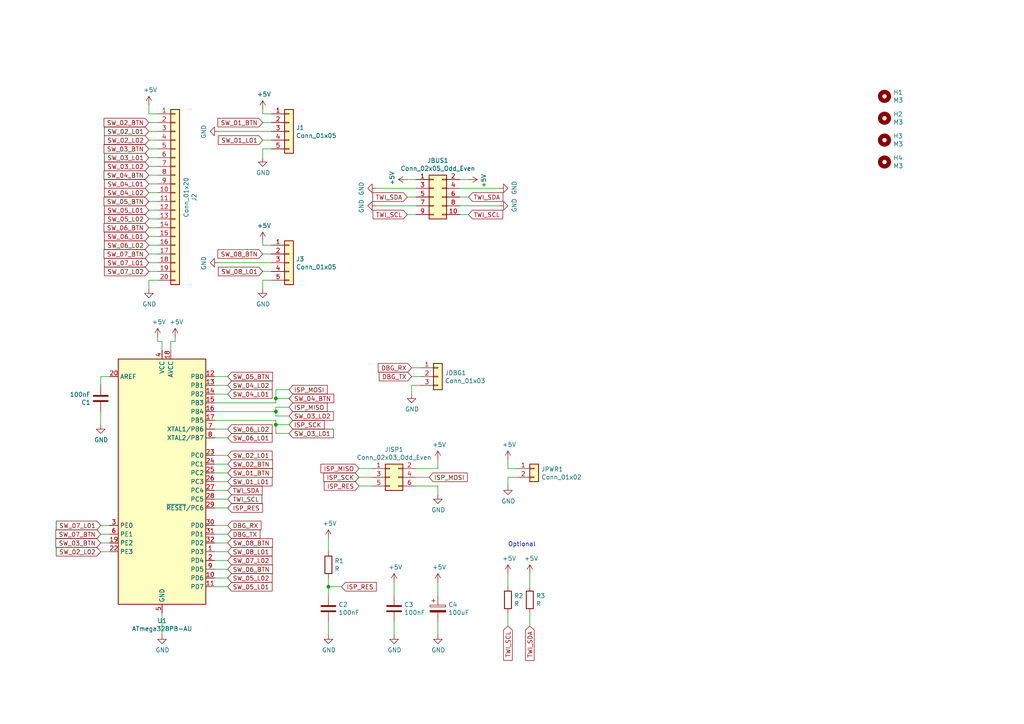
<source format=kicad_sch>
(kicad_sch (version 20230121) (generator eeschema)

  (uuid 3e917850-27fc-4c37-9dbb-b70ca0c3553a)

  (paper "A4")

  (lib_symbols
    (symbol "Connector_Generic:Conn_01x02" (pin_names (offset 1.016) hide) (in_bom yes) (on_board yes)
      (property "Reference" "J" (at 0 2.54 0)
        (effects (font (size 1.27 1.27)))
      )
      (property "Value" "Conn_01x02" (at 0 -5.08 0)
        (effects (font (size 1.27 1.27)))
      )
      (property "Footprint" "" (at 0 0 0)
        (effects (font (size 1.27 1.27)) hide)
      )
      (property "Datasheet" "~" (at 0 0 0)
        (effects (font (size 1.27 1.27)) hide)
      )
      (property "ki_keywords" "connector" (at 0 0 0)
        (effects (font (size 1.27 1.27)) hide)
      )
      (property "ki_description" "Generic connector, single row, 01x02, script generated (kicad-library-utils/schlib/autogen/connector/)" (at 0 0 0)
        (effects (font (size 1.27 1.27)) hide)
      )
      (property "ki_fp_filters" "Connector*:*_1x??_*" (at 0 0 0)
        (effects (font (size 1.27 1.27)) hide)
      )
      (symbol "Conn_01x02_1_1"
        (rectangle (start -1.27 -2.413) (end 0 -2.667)
          (stroke (width 0.1524) (type default))
          (fill (type none))
        )
        (rectangle (start -1.27 0.127) (end 0 -0.127)
          (stroke (width 0.1524) (type default))
          (fill (type none))
        )
        (rectangle (start -1.27 1.27) (end 1.27 -3.81)
          (stroke (width 0.254) (type default))
          (fill (type background))
        )
        (pin passive line (at -5.08 0 0) (length 3.81)
          (name "Pin_1" (effects (font (size 1.27 1.27))))
          (number "1" (effects (font (size 1.27 1.27))))
        )
        (pin passive line (at -5.08 -2.54 0) (length 3.81)
          (name "Pin_2" (effects (font (size 1.27 1.27))))
          (number "2" (effects (font (size 1.27 1.27))))
        )
      )
    )
    (symbol "Connector_Generic:Conn_01x03" (pin_names (offset 1.016) hide) (in_bom yes) (on_board yes)
      (property "Reference" "J" (at 0 5.08 0)
        (effects (font (size 1.27 1.27)))
      )
      (property "Value" "Conn_01x03" (at 0 -5.08 0)
        (effects (font (size 1.27 1.27)))
      )
      (property "Footprint" "" (at 0 0 0)
        (effects (font (size 1.27 1.27)) hide)
      )
      (property "Datasheet" "~" (at 0 0 0)
        (effects (font (size 1.27 1.27)) hide)
      )
      (property "ki_keywords" "connector" (at 0 0 0)
        (effects (font (size 1.27 1.27)) hide)
      )
      (property "ki_description" "Generic connector, single row, 01x03, script generated (kicad-library-utils/schlib/autogen/connector/)" (at 0 0 0)
        (effects (font (size 1.27 1.27)) hide)
      )
      (property "ki_fp_filters" "Connector*:*_1x??_*" (at 0 0 0)
        (effects (font (size 1.27 1.27)) hide)
      )
      (symbol "Conn_01x03_1_1"
        (rectangle (start -1.27 -2.413) (end 0 -2.667)
          (stroke (width 0.1524) (type default))
          (fill (type none))
        )
        (rectangle (start -1.27 0.127) (end 0 -0.127)
          (stroke (width 0.1524) (type default))
          (fill (type none))
        )
        (rectangle (start -1.27 2.667) (end 0 2.413)
          (stroke (width 0.1524) (type default))
          (fill (type none))
        )
        (rectangle (start -1.27 3.81) (end 1.27 -3.81)
          (stroke (width 0.254) (type default))
          (fill (type background))
        )
        (pin passive line (at -5.08 2.54 0) (length 3.81)
          (name "Pin_1" (effects (font (size 1.27 1.27))))
          (number "1" (effects (font (size 1.27 1.27))))
        )
        (pin passive line (at -5.08 0 0) (length 3.81)
          (name "Pin_2" (effects (font (size 1.27 1.27))))
          (number "2" (effects (font (size 1.27 1.27))))
        )
        (pin passive line (at -5.08 -2.54 0) (length 3.81)
          (name "Pin_3" (effects (font (size 1.27 1.27))))
          (number "3" (effects (font (size 1.27 1.27))))
        )
      )
    )
    (symbol "Connector_Generic:Conn_01x05" (pin_names (offset 1.016) hide) (in_bom yes) (on_board yes)
      (property "Reference" "J" (at 0 7.62 0)
        (effects (font (size 1.27 1.27)))
      )
      (property "Value" "Conn_01x05" (at 0 -7.62 0)
        (effects (font (size 1.27 1.27)))
      )
      (property "Footprint" "" (at 0 0 0)
        (effects (font (size 1.27 1.27)) hide)
      )
      (property "Datasheet" "~" (at 0 0 0)
        (effects (font (size 1.27 1.27)) hide)
      )
      (property "ki_keywords" "connector" (at 0 0 0)
        (effects (font (size 1.27 1.27)) hide)
      )
      (property "ki_description" "Generic connector, single row, 01x05, script generated (kicad-library-utils/schlib/autogen/connector/)" (at 0 0 0)
        (effects (font (size 1.27 1.27)) hide)
      )
      (property "ki_fp_filters" "Connector*:*_1x??_*" (at 0 0 0)
        (effects (font (size 1.27 1.27)) hide)
      )
      (symbol "Conn_01x05_1_1"
        (rectangle (start -1.27 -4.953) (end 0 -5.207)
          (stroke (width 0.1524) (type default))
          (fill (type none))
        )
        (rectangle (start -1.27 -2.413) (end 0 -2.667)
          (stroke (width 0.1524) (type default))
          (fill (type none))
        )
        (rectangle (start -1.27 0.127) (end 0 -0.127)
          (stroke (width 0.1524) (type default))
          (fill (type none))
        )
        (rectangle (start -1.27 2.667) (end 0 2.413)
          (stroke (width 0.1524) (type default))
          (fill (type none))
        )
        (rectangle (start -1.27 5.207) (end 0 4.953)
          (stroke (width 0.1524) (type default))
          (fill (type none))
        )
        (rectangle (start -1.27 6.35) (end 1.27 -6.35)
          (stroke (width 0.254) (type default))
          (fill (type background))
        )
        (pin passive line (at -5.08 5.08 0) (length 3.81)
          (name "Pin_1" (effects (font (size 1.27 1.27))))
          (number "1" (effects (font (size 1.27 1.27))))
        )
        (pin passive line (at -5.08 2.54 0) (length 3.81)
          (name "Pin_2" (effects (font (size 1.27 1.27))))
          (number "2" (effects (font (size 1.27 1.27))))
        )
        (pin passive line (at -5.08 0 0) (length 3.81)
          (name "Pin_3" (effects (font (size 1.27 1.27))))
          (number "3" (effects (font (size 1.27 1.27))))
        )
        (pin passive line (at -5.08 -2.54 0) (length 3.81)
          (name "Pin_4" (effects (font (size 1.27 1.27))))
          (number "4" (effects (font (size 1.27 1.27))))
        )
        (pin passive line (at -5.08 -5.08 0) (length 3.81)
          (name "Pin_5" (effects (font (size 1.27 1.27))))
          (number "5" (effects (font (size 1.27 1.27))))
        )
      )
    )
    (symbol "Connector_Generic:Conn_01x20" (pin_names (offset 1.016) hide) (in_bom yes) (on_board yes)
      (property "Reference" "J" (at 0 25.4 0)
        (effects (font (size 1.27 1.27)))
      )
      (property "Value" "Conn_01x20" (at 0 -27.94 0)
        (effects (font (size 1.27 1.27)))
      )
      (property "Footprint" "" (at 0 0 0)
        (effects (font (size 1.27 1.27)) hide)
      )
      (property "Datasheet" "~" (at 0 0 0)
        (effects (font (size 1.27 1.27)) hide)
      )
      (property "ki_keywords" "connector" (at 0 0 0)
        (effects (font (size 1.27 1.27)) hide)
      )
      (property "ki_description" "Generic connector, single row, 01x20, script generated (kicad-library-utils/schlib/autogen/connector/)" (at 0 0 0)
        (effects (font (size 1.27 1.27)) hide)
      )
      (property "ki_fp_filters" "Connector*:*_1x??_*" (at 0 0 0)
        (effects (font (size 1.27 1.27)) hide)
      )
      (symbol "Conn_01x20_1_1"
        (rectangle (start -1.27 -25.273) (end 0 -25.527)
          (stroke (width 0.1524) (type default))
          (fill (type none))
        )
        (rectangle (start -1.27 -22.733) (end 0 -22.987)
          (stroke (width 0.1524) (type default))
          (fill (type none))
        )
        (rectangle (start -1.27 -20.193) (end 0 -20.447)
          (stroke (width 0.1524) (type default))
          (fill (type none))
        )
        (rectangle (start -1.27 -17.653) (end 0 -17.907)
          (stroke (width 0.1524) (type default))
          (fill (type none))
        )
        (rectangle (start -1.27 -15.113) (end 0 -15.367)
          (stroke (width 0.1524) (type default))
          (fill (type none))
        )
        (rectangle (start -1.27 -12.573) (end 0 -12.827)
          (stroke (width 0.1524) (type default))
          (fill (type none))
        )
        (rectangle (start -1.27 -10.033) (end 0 -10.287)
          (stroke (width 0.1524) (type default))
          (fill (type none))
        )
        (rectangle (start -1.27 -7.493) (end 0 -7.747)
          (stroke (width 0.1524) (type default))
          (fill (type none))
        )
        (rectangle (start -1.27 -4.953) (end 0 -5.207)
          (stroke (width 0.1524) (type default))
          (fill (type none))
        )
        (rectangle (start -1.27 -2.413) (end 0 -2.667)
          (stroke (width 0.1524) (type default))
          (fill (type none))
        )
        (rectangle (start -1.27 0.127) (end 0 -0.127)
          (stroke (width 0.1524) (type default))
          (fill (type none))
        )
        (rectangle (start -1.27 2.667) (end 0 2.413)
          (stroke (width 0.1524) (type default))
          (fill (type none))
        )
        (rectangle (start -1.27 5.207) (end 0 4.953)
          (stroke (width 0.1524) (type default))
          (fill (type none))
        )
        (rectangle (start -1.27 7.747) (end 0 7.493)
          (stroke (width 0.1524) (type default))
          (fill (type none))
        )
        (rectangle (start -1.27 10.287) (end 0 10.033)
          (stroke (width 0.1524) (type default))
          (fill (type none))
        )
        (rectangle (start -1.27 12.827) (end 0 12.573)
          (stroke (width 0.1524) (type default))
          (fill (type none))
        )
        (rectangle (start -1.27 15.367) (end 0 15.113)
          (stroke (width 0.1524) (type default))
          (fill (type none))
        )
        (rectangle (start -1.27 17.907) (end 0 17.653)
          (stroke (width 0.1524) (type default))
          (fill (type none))
        )
        (rectangle (start -1.27 20.447) (end 0 20.193)
          (stroke (width 0.1524) (type default))
          (fill (type none))
        )
        (rectangle (start -1.27 22.987) (end 0 22.733)
          (stroke (width 0.1524) (type default))
          (fill (type none))
        )
        (rectangle (start -1.27 24.13) (end 1.27 -26.67)
          (stroke (width 0.254) (type default))
          (fill (type background))
        )
        (pin passive line (at -5.08 22.86 0) (length 3.81)
          (name "Pin_1" (effects (font (size 1.27 1.27))))
          (number "1" (effects (font (size 1.27 1.27))))
        )
        (pin passive line (at -5.08 0 0) (length 3.81)
          (name "Pin_10" (effects (font (size 1.27 1.27))))
          (number "10" (effects (font (size 1.27 1.27))))
        )
        (pin passive line (at -5.08 -2.54 0) (length 3.81)
          (name "Pin_11" (effects (font (size 1.27 1.27))))
          (number "11" (effects (font (size 1.27 1.27))))
        )
        (pin passive line (at -5.08 -5.08 0) (length 3.81)
          (name "Pin_12" (effects (font (size 1.27 1.27))))
          (number "12" (effects (font (size 1.27 1.27))))
        )
        (pin passive line (at -5.08 -7.62 0) (length 3.81)
          (name "Pin_13" (effects (font (size 1.27 1.27))))
          (number "13" (effects (font (size 1.27 1.27))))
        )
        (pin passive line (at -5.08 -10.16 0) (length 3.81)
          (name "Pin_14" (effects (font (size 1.27 1.27))))
          (number "14" (effects (font (size 1.27 1.27))))
        )
        (pin passive line (at -5.08 -12.7 0) (length 3.81)
          (name "Pin_15" (effects (font (size 1.27 1.27))))
          (number "15" (effects (font (size 1.27 1.27))))
        )
        (pin passive line (at -5.08 -15.24 0) (length 3.81)
          (name "Pin_16" (effects (font (size 1.27 1.27))))
          (number "16" (effects (font (size 1.27 1.27))))
        )
        (pin passive line (at -5.08 -17.78 0) (length 3.81)
          (name "Pin_17" (effects (font (size 1.27 1.27))))
          (number "17" (effects (font (size 1.27 1.27))))
        )
        (pin passive line (at -5.08 -20.32 0) (length 3.81)
          (name "Pin_18" (effects (font (size 1.27 1.27))))
          (number "18" (effects (font (size 1.27 1.27))))
        )
        (pin passive line (at -5.08 -22.86 0) (length 3.81)
          (name "Pin_19" (effects (font (size 1.27 1.27))))
          (number "19" (effects (font (size 1.27 1.27))))
        )
        (pin passive line (at -5.08 20.32 0) (length 3.81)
          (name "Pin_2" (effects (font (size 1.27 1.27))))
          (number "2" (effects (font (size 1.27 1.27))))
        )
        (pin passive line (at -5.08 -25.4 0) (length 3.81)
          (name "Pin_20" (effects (font (size 1.27 1.27))))
          (number "20" (effects (font (size 1.27 1.27))))
        )
        (pin passive line (at -5.08 17.78 0) (length 3.81)
          (name "Pin_3" (effects (font (size 1.27 1.27))))
          (number "3" (effects (font (size 1.27 1.27))))
        )
        (pin passive line (at -5.08 15.24 0) (length 3.81)
          (name "Pin_4" (effects (font (size 1.27 1.27))))
          (number "4" (effects (font (size 1.27 1.27))))
        )
        (pin passive line (at -5.08 12.7 0) (length 3.81)
          (name "Pin_5" (effects (font (size 1.27 1.27))))
          (number "5" (effects (font (size 1.27 1.27))))
        )
        (pin passive line (at -5.08 10.16 0) (length 3.81)
          (name "Pin_6" (effects (font (size 1.27 1.27))))
          (number "6" (effects (font (size 1.27 1.27))))
        )
        (pin passive line (at -5.08 7.62 0) (length 3.81)
          (name "Pin_7" (effects (font (size 1.27 1.27))))
          (number "7" (effects (font (size 1.27 1.27))))
        )
        (pin passive line (at -5.08 5.08 0) (length 3.81)
          (name "Pin_8" (effects (font (size 1.27 1.27))))
          (number "8" (effects (font (size 1.27 1.27))))
        )
        (pin passive line (at -5.08 2.54 0) (length 3.81)
          (name "Pin_9" (effects (font (size 1.27 1.27))))
          (number "9" (effects (font (size 1.27 1.27))))
        )
      )
    )
    (symbol "Connector_Generic:Conn_02x03_Odd_Even" (pin_names (offset 1.016) hide) (in_bom yes) (on_board yes)
      (property "Reference" "J" (at 1.27 5.08 0)
        (effects (font (size 1.27 1.27)))
      )
      (property "Value" "Conn_02x03_Odd_Even" (at 1.27 -5.08 0)
        (effects (font (size 1.27 1.27)))
      )
      (property "Footprint" "" (at 0 0 0)
        (effects (font (size 1.27 1.27)) hide)
      )
      (property "Datasheet" "~" (at 0 0 0)
        (effects (font (size 1.27 1.27)) hide)
      )
      (property "ki_keywords" "connector" (at 0 0 0)
        (effects (font (size 1.27 1.27)) hide)
      )
      (property "ki_description" "Generic connector, double row, 02x03, odd/even pin numbering scheme (row 1 odd numbers, row 2 even numbers), script generated (kicad-library-utils/schlib/autogen/connector/)" (at 0 0 0)
        (effects (font (size 1.27 1.27)) hide)
      )
      (property "ki_fp_filters" "Connector*:*_2x??_*" (at 0 0 0)
        (effects (font (size 1.27 1.27)) hide)
      )
      (symbol "Conn_02x03_Odd_Even_1_1"
        (rectangle (start -1.27 -2.413) (end 0 -2.667)
          (stroke (width 0.1524) (type default))
          (fill (type none))
        )
        (rectangle (start -1.27 0.127) (end 0 -0.127)
          (stroke (width 0.1524) (type default))
          (fill (type none))
        )
        (rectangle (start -1.27 2.667) (end 0 2.413)
          (stroke (width 0.1524) (type default))
          (fill (type none))
        )
        (rectangle (start -1.27 3.81) (end 3.81 -3.81)
          (stroke (width 0.254) (type default))
          (fill (type background))
        )
        (rectangle (start 3.81 -2.413) (end 2.54 -2.667)
          (stroke (width 0.1524) (type default))
          (fill (type none))
        )
        (rectangle (start 3.81 0.127) (end 2.54 -0.127)
          (stroke (width 0.1524) (type default))
          (fill (type none))
        )
        (rectangle (start 3.81 2.667) (end 2.54 2.413)
          (stroke (width 0.1524) (type default))
          (fill (type none))
        )
        (pin passive line (at -5.08 2.54 0) (length 3.81)
          (name "Pin_1" (effects (font (size 1.27 1.27))))
          (number "1" (effects (font (size 1.27 1.27))))
        )
        (pin passive line (at 7.62 2.54 180) (length 3.81)
          (name "Pin_2" (effects (font (size 1.27 1.27))))
          (number "2" (effects (font (size 1.27 1.27))))
        )
        (pin passive line (at -5.08 0 0) (length 3.81)
          (name "Pin_3" (effects (font (size 1.27 1.27))))
          (number "3" (effects (font (size 1.27 1.27))))
        )
        (pin passive line (at 7.62 0 180) (length 3.81)
          (name "Pin_4" (effects (font (size 1.27 1.27))))
          (number "4" (effects (font (size 1.27 1.27))))
        )
        (pin passive line (at -5.08 -2.54 0) (length 3.81)
          (name "Pin_5" (effects (font (size 1.27 1.27))))
          (number "5" (effects (font (size 1.27 1.27))))
        )
        (pin passive line (at 7.62 -2.54 180) (length 3.81)
          (name "Pin_6" (effects (font (size 1.27 1.27))))
          (number "6" (effects (font (size 1.27 1.27))))
        )
      )
    )
    (symbol "Connector_Generic:Conn_02x05_Odd_Even" (pin_names (offset 1.016) hide) (in_bom yes) (on_board yes)
      (property "Reference" "J" (at 1.27 7.62 0)
        (effects (font (size 1.27 1.27)))
      )
      (property "Value" "Conn_02x05_Odd_Even" (at 1.27 -7.62 0)
        (effects (font (size 1.27 1.27)))
      )
      (property "Footprint" "" (at 0 0 0)
        (effects (font (size 1.27 1.27)) hide)
      )
      (property "Datasheet" "~" (at 0 0 0)
        (effects (font (size 1.27 1.27)) hide)
      )
      (property "ki_keywords" "connector" (at 0 0 0)
        (effects (font (size 1.27 1.27)) hide)
      )
      (property "ki_description" "Generic connector, double row, 02x05, odd/even pin numbering scheme (row 1 odd numbers, row 2 even numbers), script generated (kicad-library-utils/schlib/autogen/connector/)" (at 0 0 0)
        (effects (font (size 1.27 1.27)) hide)
      )
      (property "ki_fp_filters" "Connector*:*_2x??_*" (at 0 0 0)
        (effects (font (size 1.27 1.27)) hide)
      )
      (symbol "Conn_02x05_Odd_Even_1_1"
        (rectangle (start -1.27 -4.953) (end 0 -5.207)
          (stroke (width 0.1524) (type default))
          (fill (type none))
        )
        (rectangle (start -1.27 -2.413) (end 0 -2.667)
          (stroke (width 0.1524) (type default))
          (fill (type none))
        )
        (rectangle (start -1.27 0.127) (end 0 -0.127)
          (stroke (width 0.1524) (type default))
          (fill (type none))
        )
        (rectangle (start -1.27 2.667) (end 0 2.413)
          (stroke (width 0.1524) (type default))
          (fill (type none))
        )
        (rectangle (start -1.27 5.207) (end 0 4.953)
          (stroke (width 0.1524) (type default))
          (fill (type none))
        )
        (rectangle (start -1.27 6.35) (end 3.81 -6.35)
          (stroke (width 0.254) (type default))
          (fill (type background))
        )
        (rectangle (start 3.81 -4.953) (end 2.54 -5.207)
          (stroke (width 0.1524) (type default))
          (fill (type none))
        )
        (rectangle (start 3.81 -2.413) (end 2.54 -2.667)
          (stroke (width 0.1524) (type default))
          (fill (type none))
        )
        (rectangle (start 3.81 0.127) (end 2.54 -0.127)
          (stroke (width 0.1524) (type default))
          (fill (type none))
        )
        (rectangle (start 3.81 2.667) (end 2.54 2.413)
          (stroke (width 0.1524) (type default))
          (fill (type none))
        )
        (rectangle (start 3.81 5.207) (end 2.54 4.953)
          (stroke (width 0.1524) (type default))
          (fill (type none))
        )
        (pin passive line (at -5.08 5.08 0) (length 3.81)
          (name "Pin_1" (effects (font (size 1.27 1.27))))
          (number "1" (effects (font (size 1.27 1.27))))
        )
        (pin passive line (at 7.62 -5.08 180) (length 3.81)
          (name "Pin_10" (effects (font (size 1.27 1.27))))
          (number "10" (effects (font (size 1.27 1.27))))
        )
        (pin passive line (at 7.62 5.08 180) (length 3.81)
          (name "Pin_2" (effects (font (size 1.27 1.27))))
          (number "2" (effects (font (size 1.27 1.27))))
        )
        (pin passive line (at -5.08 2.54 0) (length 3.81)
          (name "Pin_3" (effects (font (size 1.27 1.27))))
          (number "3" (effects (font (size 1.27 1.27))))
        )
        (pin passive line (at 7.62 2.54 180) (length 3.81)
          (name "Pin_4" (effects (font (size 1.27 1.27))))
          (number "4" (effects (font (size 1.27 1.27))))
        )
        (pin passive line (at -5.08 0 0) (length 3.81)
          (name "Pin_5" (effects (font (size 1.27 1.27))))
          (number "5" (effects (font (size 1.27 1.27))))
        )
        (pin passive line (at 7.62 0 180) (length 3.81)
          (name "Pin_6" (effects (font (size 1.27 1.27))))
          (number "6" (effects (font (size 1.27 1.27))))
        )
        (pin passive line (at -5.08 -2.54 0) (length 3.81)
          (name "Pin_7" (effects (font (size 1.27 1.27))))
          (number "7" (effects (font (size 1.27 1.27))))
        )
        (pin passive line (at 7.62 -2.54 180) (length 3.81)
          (name "Pin_8" (effects (font (size 1.27 1.27))))
          (number "8" (effects (font (size 1.27 1.27))))
        )
        (pin passive line (at -5.08 -5.08 0) (length 3.81)
          (name "Pin_9" (effects (font (size 1.27 1.27))))
          (number "9" (effects (font (size 1.27 1.27))))
        )
      )
    )
    (symbol "Device:C" (pin_numbers hide) (pin_names (offset 0.254)) (in_bom yes) (on_board yes)
      (property "Reference" "C" (at 0.635 2.54 0)
        (effects (font (size 1.27 1.27)) (justify left))
      )
      (property "Value" "C" (at 0.635 -2.54 0)
        (effects (font (size 1.27 1.27)) (justify left))
      )
      (property "Footprint" "" (at 0.9652 -3.81 0)
        (effects (font (size 1.27 1.27)) hide)
      )
      (property "Datasheet" "~" (at 0 0 0)
        (effects (font (size 1.27 1.27)) hide)
      )
      (property "ki_keywords" "cap capacitor" (at 0 0 0)
        (effects (font (size 1.27 1.27)) hide)
      )
      (property "ki_description" "Unpolarized capacitor" (at 0 0 0)
        (effects (font (size 1.27 1.27)) hide)
      )
      (property "ki_fp_filters" "C_*" (at 0 0 0)
        (effects (font (size 1.27 1.27)) hide)
      )
      (symbol "C_0_1"
        (polyline
          (pts
            (xy -2.032 -0.762)
            (xy 2.032 -0.762)
          )
          (stroke (width 0.508) (type default))
          (fill (type none))
        )
        (polyline
          (pts
            (xy -2.032 0.762)
            (xy 2.032 0.762)
          )
          (stroke (width 0.508) (type default))
          (fill (type none))
        )
      )
      (symbol "C_1_1"
        (pin passive line (at 0 3.81 270) (length 2.794)
          (name "~" (effects (font (size 1.27 1.27))))
          (number "1" (effects (font (size 1.27 1.27))))
        )
        (pin passive line (at 0 -3.81 90) (length 2.794)
          (name "~" (effects (font (size 1.27 1.27))))
          (number "2" (effects (font (size 1.27 1.27))))
        )
      )
    )
    (symbol "Device:R" (pin_numbers hide) (pin_names (offset 0)) (in_bom yes) (on_board yes)
      (property "Reference" "R" (at 2.032 0 90)
        (effects (font (size 1.27 1.27)))
      )
      (property "Value" "R" (at 0 0 90)
        (effects (font (size 1.27 1.27)))
      )
      (property "Footprint" "" (at -1.778 0 90)
        (effects (font (size 1.27 1.27)) hide)
      )
      (property "Datasheet" "~" (at 0 0 0)
        (effects (font (size 1.27 1.27)) hide)
      )
      (property "ki_keywords" "R res resistor" (at 0 0 0)
        (effects (font (size 1.27 1.27)) hide)
      )
      (property "ki_description" "Resistor" (at 0 0 0)
        (effects (font (size 1.27 1.27)) hide)
      )
      (property "ki_fp_filters" "R_*" (at 0 0 0)
        (effects (font (size 1.27 1.27)) hide)
      )
      (symbol "R_0_1"
        (rectangle (start -1.016 -2.54) (end 1.016 2.54)
          (stroke (width 0.254) (type default))
          (fill (type none))
        )
      )
      (symbol "R_1_1"
        (pin passive line (at 0 3.81 270) (length 1.27)
          (name "~" (effects (font (size 1.27 1.27))))
          (number "1" (effects (font (size 1.27 1.27))))
        )
        (pin passive line (at 0 -3.81 90) (length 1.27)
          (name "~" (effects (font (size 1.27 1.27))))
          (number "2" (effects (font (size 1.27 1.27))))
        )
      )
    )
    (symbol "Mechanical:MountingHole" (pin_names (offset 1.016)) (in_bom yes) (on_board yes)
      (property "Reference" "H" (at 0 5.08 0)
        (effects (font (size 1.27 1.27)))
      )
      (property "Value" "MountingHole" (at 0 3.175 0)
        (effects (font (size 1.27 1.27)))
      )
      (property "Footprint" "" (at 0 0 0)
        (effects (font (size 1.27 1.27)) hide)
      )
      (property "Datasheet" "~" (at 0 0 0)
        (effects (font (size 1.27 1.27)) hide)
      )
      (property "ki_keywords" "mounting hole" (at 0 0 0)
        (effects (font (size 1.27 1.27)) hide)
      )
      (property "ki_description" "Mounting Hole without connection" (at 0 0 0)
        (effects (font (size 1.27 1.27)) hide)
      )
      (property "ki_fp_filters" "MountingHole*" (at 0 0 0)
        (effects (font (size 1.27 1.27)) hide)
      )
      (symbol "MountingHole_0_1"
        (circle (center 0 0) (radius 1.27)
          (stroke (width 1.27) (type default))
          (fill (type none))
        )
      )
    )
    (symbol "light-ctl-rescue:ATmega328PB-AU-MCU_Microchip_ATmega" (in_bom yes) (on_board yes)
      (property "Reference" "U" (at -12.7 36.83 0)
        (effects (font (size 1.27 1.27)) (justify left bottom))
      )
      (property "Value" "MCU_Microchip_ATmega_ATmega328PB-AU" (at 2.54 -36.83 0)
        (effects (font (size 1.27 1.27)) (justify left top))
      )
      (property "Footprint" "Package_QFP:TQFP-32_7x7mm_P0.8mm" (at 0 0 0)
        (effects (font (size 1.27 1.27) italic) hide)
      )
      (property "Datasheet" "" (at 0 0 0)
        (effects (font (size 1.27 1.27)) hide)
      )
      (property "ki_fp_filters" "TQFP*7x7mm*P0.8mm*" (at 0 0 0)
        (effects (font (size 1.27 1.27)) hide)
      )
      (symbol "ATmega328PB-AU-MCU_Microchip_ATmega_0_1"
        (rectangle (start -12.7 -35.56) (end 12.7 35.56)
          (stroke (width 0.254) (type solid))
          (fill (type background))
        )
      )
      (symbol "ATmega328PB-AU-MCU_Microchip_ATmega_1_1"
        (pin bidirectional line (at 15.24 -20.32 180) (length 2.54)
          (name "PD3" (effects (font (size 1.27 1.27))))
          (number "1" (effects (font (size 1.27 1.27))))
        )
        (pin bidirectional line (at 15.24 -27.94 180) (length 2.54)
          (name "PD6" (effects (font (size 1.27 1.27))))
          (number "10" (effects (font (size 1.27 1.27))))
        )
        (pin bidirectional line (at 15.24 -30.48 180) (length 2.54)
          (name "PD7" (effects (font (size 1.27 1.27))))
          (number "11" (effects (font (size 1.27 1.27))))
        )
        (pin bidirectional line (at 15.24 30.48 180) (length 2.54)
          (name "PB0" (effects (font (size 1.27 1.27))))
          (number "12" (effects (font (size 1.27 1.27))))
        )
        (pin bidirectional line (at 15.24 27.94 180) (length 2.54)
          (name "PB1" (effects (font (size 1.27 1.27))))
          (number "13" (effects (font (size 1.27 1.27))))
        )
        (pin bidirectional line (at 15.24 25.4 180) (length 2.54)
          (name "PB2" (effects (font (size 1.27 1.27))))
          (number "14" (effects (font (size 1.27 1.27))))
        )
        (pin bidirectional line (at 15.24 22.86 180) (length 2.54)
          (name "PB3" (effects (font (size 1.27 1.27))))
          (number "15" (effects (font (size 1.27 1.27))))
        )
        (pin bidirectional line (at 15.24 20.32 180) (length 2.54)
          (name "PB4" (effects (font (size 1.27 1.27))))
          (number "16" (effects (font (size 1.27 1.27))))
        )
        (pin bidirectional line (at 15.24 17.78 180) (length 2.54)
          (name "PB5" (effects (font (size 1.27 1.27))))
          (number "17" (effects (font (size 1.27 1.27))))
        )
        (pin power_in line (at 2.54 38.1 270) (length 2.54)
          (name "AVCC" (effects (font (size 1.27 1.27))))
          (number "18" (effects (font (size 1.27 1.27))))
        )
        (pin bidirectional line (at -15.24 -17.78 0) (length 2.54)
          (name "PE2" (effects (font (size 1.27 1.27))))
          (number "19" (effects (font (size 1.27 1.27))))
        )
        (pin bidirectional line (at 15.24 -22.86 180) (length 2.54)
          (name "PD4" (effects (font (size 1.27 1.27))))
          (number "2" (effects (font (size 1.27 1.27))))
        )
        (pin passive line (at -15.24 30.48 0) (length 2.54)
          (name "AREF" (effects (font (size 1.27 1.27))))
          (number "20" (effects (font (size 1.27 1.27))))
        )
        (pin passive line (at 0 -38.1 90) (length 2.54) hide
          (name "GND" (effects (font (size 1.27 1.27))))
          (number "21" (effects (font (size 1.27 1.27))))
        )
        (pin bidirectional line (at -15.24 -20.32 0) (length 2.54)
          (name "PE3" (effects (font (size 1.27 1.27))))
          (number "22" (effects (font (size 1.27 1.27))))
        )
        (pin bidirectional line (at 15.24 7.62 180) (length 2.54)
          (name "PC0" (effects (font (size 1.27 1.27))))
          (number "23" (effects (font (size 1.27 1.27))))
        )
        (pin bidirectional line (at 15.24 5.08 180) (length 2.54)
          (name "PC1" (effects (font (size 1.27 1.27))))
          (number "24" (effects (font (size 1.27 1.27))))
        )
        (pin bidirectional line (at 15.24 2.54 180) (length 2.54)
          (name "PC2" (effects (font (size 1.27 1.27))))
          (number "25" (effects (font (size 1.27 1.27))))
        )
        (pin bidirectional line (at 15.24 0 180) (length 2.54)
          (name "PC3" (effects (font (size 1.27 1.27))))
          (number "26" (effects (font (size 1.27 1.27))))
        )
        (pin bidirectional line (at 15.24 -2.54 180) (length 2.54)
          (name "PC4" (effects (font (size 1.27 1.27))))
          (number "27" (effects (font (size 1.27 1.27))))
        )
        (pin bidirectional line (at 15.24 -5.08 180) (length 2.54)
          (name "PC5" (effects (font (size 1.27 1.27))))
          (number "28" (effects (font (size 1.27 1.27))))
        )
        (pin bidirectional line (at 15.24 -7.62 180) (length 2.54)
          (name "~{RESET}/PC6" (effects (font (size 1.27 1.27))))
          (number "29" (effects (font (size 1.27 1.27))))
        )
        (pin bidirectional line (at -15.24 -12.7 0) (length 2.54)
          (name "PE0" (effects (font (size 1.27 1.27))))
          (number "3" (effects (font (size 1.27 1.27))))
        )
        (pin bidirectional line (at 15.24 -12.7 180) (length 2.54)
          (name "PD0" (effects (font (size 1.27 1.27))))
          (number "30" (effects (font (size 1.27 1.27))))
        )
        (pin bidirectional line (at 15.24 -15.24 180) (length 2.54)
          (name "PD1" (effects (font (size 1.27 1.27))))
          (number "31" (effects (font (size 1.27 1.27))))
        )
        (pin bidirectional line (at 15.24 -17.78 180) (length 2.54)
          (name "PD2" (effects (font (size 1.27 1.27))))
          (number "32" (effects (font (size 1.27 1.27))))
        )
        (pin power_in line (at 0 38.1 270) (length 2.54)
          (name "VCC" (effects (font (size 1.27 1.27))))
          (number "4" (effects (font (size 1.27 1.27))))
        )
        (pin power_in line (at 0 -38.1 90) (length 2.54)
          (name "GND" (effects (font (size 1.27 1.27))))
          (number "5" (effects (font (size 1.27 1.27))))
        )
        (pin bidirectional line (at -15.24 -15.24 0) (length 2.54)
          (name "PE1" (effects (font (size 1.27 1.27))))
          (number "6" (effects (font (size 1.27 1.27))))
        )
        (pin bidirectional line (at 15.24 15.24 180) (length 2.54)
          (name "XTAL1/PB6" (effects (font (size 1.27 1.27))))
          (number "7" (effects (font (size 1.27 1.27))))
        )
        (pin bidirectional line (at 15.24 12.7 180) (length 2.54)
          (name "XTAL2/PB7" (effects (font (size 1.27 1.27))))
          (number "8" (effects (font (size 1.27 1.27))))
        )
        (pin bidirectional line (at 15.24 -25.4 180) (length 2.54)
          (name "PD5" (effects (font (size 1.27 1.27))))
          (number "9" (effects (font (size 1.27 1.27))))
        )
      )
    )
    (symbol "light-ctl-rescue:CP-Device" (pin_numbers hide) (pin_names (offset 0.254)) (in_bom yes) (on_board yes)
      (property "Reference" "C" (at 0.635 2.54 0)
        (effects (font (size 1.27 1.27)) (justify left))
      )
      (property "Value" "Device_CP" (at 0.635 -2.54 0)
        (effects (font (size 1.27 1.27)) (justify left))
      )
      (property "Footprint" "" (at 0.9652 -3.81 0)
        (effects (font (size 1.27 1.27)) hide)
      )
      (property "Datasheet" "" (at 0 0 0)
        (effects (font (size 1.27 1.27)) hide)
      )
      (property "ki_fp_filters" "CP_*" (at 0 0 0)
        (effects (font (size 1.27 1.27)) hide)
      )
      (symbol "CP-Device_0_1"
        (rectangle (start -2.286 0.508) (end 2.286 1.016)
          (stroke (width 0) (type solid))
          (fill (type none))
        )
        (polyline
          (pts
            (xy -1.778 2.286)
            (xy -0.762 2.286)
          )
          (stroke (width 0) (type solid))
          (fill (type none))
        )
        (polyline
          (pts
            (xy -1.27 2.794)
            (xy -1.27 1.778)
          )
          (stroke (width 0) (type solid))
          (fill (type none))
        )
        (rectangle (start 2.286 -0.508) (end -2.286 -1.016)
          (stroke (width 0) (type solid))
          (fill (type outline))
        )
      )
      (symbol "CP-Device_1_1"
        (pin passive line (at 0 3.81 270) (length 2.794)
          (name "~" (effects (font (size 1.27 1.27))))
          (number "1" (effects (font (size 1.27 1.27))))
        )
        (pin passive line (at 0 -3.81 90) (length 2.794)
          (name "~" (effects (font (size 1.27 1.27))))
          (number "2" (effects (font (size 1.27 1.27))))
        )
      )
    )
    (symbol "power:+5V" (power) (pin_names (offset 0)) (in_bom yes) (on_board yes)
      (property "Reference" "#PWR" (at 0 -3.81 0)
        (effects (font (size 1.27 1.27)) hide)
      )
      (property "Value" "+5V" (at 0 3.556 0)
        (effects (font (size 1.27 1.27)))
      )
      (property "Footprint" "" (at 0 0 0)
        (effects (font (size 1.27 1.27)) hide)
      )
      (property "Datasheet" "" (at 0 0 0)
        (effects (font (size 1.27 1.27)) hide)
      )
      (property "ki_keywords" "global power" (at 0 0 0)
        (effects (font (size 1.27 1.27)) hide)
      )
      (property "ki_description" "Power symbol creates a global label with name \"+5V\"" (at 0 0 0)
        (effects (font (size 1.27 1.27)) hide)
      )
      (symbol "+5V_0_1"
        (polyline
          (pts
            (xy -0.762 1.27)
            (xy 0 2.54)
          )
          (stroke (width 0) (type default))
          (fill (type none))
        )
        (polyline
          (pts
            (xy 0 0)
            (xy 0 2.54)
          )
          (stroke (width 0) (type default))
          (fill (type none))
        )
        (polyline
          (pts
            (xy 0 2.54)
            (xy 0.762 1.27)
          )
          (stroke (width 0) (type default))
          (fill (type none))
        )
      )
      (symbol "+5V_1_1"
        (pin power_in line (at 0 0 90) (length 0) hide
          (name "+5V" (effects (font (size 1.27 1.27))))
          (number "1" (effects (font (size 1.27 1.27))))
        )
      )
    )
    (symbol "power:GND" (power) (pin_names (offset 0)) (in_bom yes) (on_board yes)
      (property "Reference" "#PWR" (at 0 -6.35 0)
        (effects (font (size 1.27 1.27)) hide)
      )
      (property "Value" "GND" (at 0 -3.81 0)
        (effects (font (size 1.27 1.27)))
      )
      (property "Footprint" "" (at 0 0 0)
        (effects (font (size 1.27 1.27)) hide)
      )
      (property "Datasheet" "" (at 0 0 0)
        (effects (font (size 1.27 1.27)) hide)
      )
      (property "ki_keywords" "global power" (at 0 0 0)
        (effects (font (size 1.27 1.27)) hide)
      )
      (property "ki_description" "Power symbol creates a global label with name \"GND\" , ground" (at 0 0 0)
        (effects (font (size 1.27 1.27)) hide)
      )
      (symbol "GND_0_1"
        (polyline
          (pts
            (xy 0 0)
            (xy 0 -1.27)
            (xy 1.27 -1.27)
            (xy 0 -2.54)
            (xy -1.27 -1.27)
            (xy 0 -1.27)
          )
          (stroke (width 0) (type default))
          (fill (type none))
        )
      )
      (symbol "GND_1_1"
        (pin power_in line (at 0 0 270) (length 0) hide
          (name "GND" (effects (font (size 1.27 1.27))))
          (number "1" (effects (font (size 1.27 1.27))))
        )
      )
    )
  )

  (junction (at 80.01 115.57) (diameter 0) (color 0 0 0 0)
    (uuid 09994f52-d1d6-492d-9a22-f991aa73c232)
  )
  (junction (at 95.25 170.18) (diameter 0) (color 0 0 0 0)
    (uuid 15026351-1972-4520-a878-0189d7f9e780)
  )
  (junction (at 80.01 119.38) (diameter 0) (color 0 0 0 0)
    (uuid b07e80b2-fc77-4cca-a656-4cdd1cafacfd)
  )
  (junction (at 80.01 123.19) (diameter 0) (color 0 0 0 0)
    (uuid cebb18ce-78af-40a1-9437-89771499cb12)
  )

  (wire (pts (xy 95.25 180.34) (xy 95.25 184.15))
    (stroke (width 0) (type default))
    (uuid 0147d043-fe6a-437e-a504-7d972d495e5d)
  )
  (wire (pts (xy 62.23 157.48) (xy 66.04 157.48))
    (stroke (width 0) (type default))
    (uuid 05703e23-a87a-4aa3-bbd5-71129cf55d37)
  )
  (wire (pts (xy 76.2 43.18) (xy 76.2 45.72))
    (stroke (width 0) (type default))
    (uuid 05ae9c25-0f62-47d9-96c3-f7ba773d0795)
  )
  (wire (pts (xy 120.65 57.15) (xy 118.11 57.15))
    (stroke (width 0) (type default))
    (uuid 05ba3c77-ef15-4518-a3c6-c6bdbd1007a7)
  )
  (wire (pts (xy 120.65 54.61) (xy 109.22 54.61))
    (stroke (width 0) (type default))
    (uuid 070645f9-ddb8-48a0-83f2-1ada376aee7c)
  )
  (wire (pts (xy 95.25 170.18) (xy 95.25 172.72))
    (stroke (width 0) (type default))
    (uuid 088e01cc-69a4-452e-8fc5-441b70aebf1a)
  )
  (wire (pts (xy 43.18 58.42) (xy 45.72 58.42))
    (stroke (width 0) (type default))
    (uuid 0b1fa0b8-a198-4df7-beb9-a4eb722b0d78)
  )
  (wire (pts (xy 49.53 99.06) (xy 50.8 99.06))
    (stroke (width 0) (type default))
    (uuid 0c2bc5f6-8952-4e74-aff3-f8fbf0750171)
  )
  (wire (pts (xy 80.01 125.73) (xy 83.82 125.73))
    (stroke (width 0) (type default))
    (uuid 0cef228c-7c98-413e-9d03-e63d8a96c13f)
  )
  (wire (pts (xy 147.32 170.18) (xy 147.32 166.37))
    (stroke (width 0) (type default))
    (uuid 0de50653-5c84-4980-a4de-c67148d7088f)
  )
  (wire (pts (xy 119.38 114.3) (xy 119.38 111.76))
    (stroke (width 0) (type default))
    (uuid 0e0cf534-4856-4783-962a-ecd76cc037ed)
  )
  (wire (pts (xy 120.65 135.89) (xy 127 135.89))
    (stroke (width 0) (type default))
    (uuid 0fdedde5-7c57-48d6-b07a-31390f3b8975)
  )
  (wire (pts (xy 43.18 73.66) (xy 45.72 73.66))
    (stroke (width 0) (type default))
    (uuid 12a21a37-130d-4bbf-89f4-a5b7c5726fbb)
  )
  (wire (pts (xy 147.32 140.97) (xy 147.32 138.43))
    (stroke (width 0) (type default))
    (uuid 17164b16-2e83-47ec-917e-d7167c2b539b)
  )
  (wire (pts (xy 120.65 140.97) (xy 127 140.97))
    (stroke (width 0) (type default))
    (uuid 193d13f9-f25d-444b-9e30-62f42028a9d5)
  )
  (wire (pts (xy 78.74 40.64) (xy 76.2 40.64))
    (stroke (width 0) (type default))
    (uuid 1d0ed600-09af-4db2-8525-3c9e6e114e05)
  )
  (wire (pts (xy 104.14 138.43) (xy 107.95 138.43))
    (stroke (width 0) (type default))
    (uuid 2043b3d8-5e23-4cb4-91d6-b0b619b1ad16)
  )
  (wire (pts (xy 127 135.89) (xy 127 133.35))
    (stroke (width 0) (type default))
    (uuid 20a458e0-fa10-48d1-92fd-30cdd31b35ea)
  )
  (wire (pts (xy 121.92 109.22) (xy 119.38 109.22))
    (stroke (width 0) (type default))
    (uuid 20baa5aa-c13f-426b-a81e-fba9c702cf06)
  )
  (wire (pts (xy 135.89 62.23) (xy 133.35 62.23))
    (stroke (width 0) (type default))
    (uuid 2470291d-b153-4cbb-871c-6ca18980d185)
  )
  (wire (pts (xy 43.18 63.5) (xy 45.72 63.5))
    (stroke (width 0) (type default))
    (uuid 27515bd3-249e-4593-ad30-f11eeef51f9d)
  )
  (wire (pts (xy 62.23 139.7) (xy 66.04 139.7))
    (stroke (width 0) (type default))
    (uuid 29f3791a-23c5-4fdc-bf97-160ae72c0aef)
  )
  (wire (pts (xy 119.38 111.76) (xy 121.92 111.76))
    (stroke (width 0) (type default))
    (uuid 2d39749d-2759-4e89-a91c-5824eb730c14)
  )
  (wire (pts (xy 114.3 172.72) (xy 114.3 168.91))
    (stroke (width 0) (type default))
    (uuid 30cc15e9-7853-4502-a390-51e183250008)
  )
  (wire (pts (xy 76.2 33.02) (xy 76.2 31.75))
    (stroke (width 0) (type default))
    (uuid 32322457-3cf1-4c5a-a596-b96fe8a79890)
  )
  (wire (pts (xy 29.21 160.02) (xy 31.75 160.02))
    (stroke (width 0) (type default))
    (uuid 34d1bed0-efc9-49a5-a01e-b5c723ae7fee)
  )
  (wire (pts (xy 104.14 140.97) (xy 107.95 140.97))
    (stroke (width 0) (type default))
    (uuid 367e3923-657b-4f20-be7c-8a49c12c29e0)
  )
  (wire (pts (xy 62.23 127) (xy 66.04 127))
    (stroke (width 0) (type default))
    (uuid 36c75d6f-71da-4d33-ba00-4795a83cc264)
  )
  (wire (pts (xy 43.18 76.2) (xy 45.72 76.2))
    (stroke (width 0) (type default))
    (uuid 37eb2409-0075-4d1d-a09c-58c122a2970a)
  )
  (wire (pts (xy 49.53 101.6) (xy 49.53 99.06))
    (stroke (width 0) (type default))
    (uuid 39344199-bd11-4671-8030-2962208d4c33)
  )
  (wire (pts (xy 62.23 160.02) (xy 66.04 160.02))
    (stroke (width 0) (type default))
    (uuid 3bd83ae9-b831-4654-b542-1dd0ed9f59f9)
  )
  (wire (pts (xy 43.18 43.18) (xy 45.72 43.18))
    (stroke (width 0) (type default))
    (uuid 402695c3-6982-41fd-a5a1-3b045841acea)
  )
  (wire (pts (xy 78.74 35.56) (xy 76.2 35.56))
    (stroke (width 0) (type default))
    (uuid 478357da-32c7-4ddf-8fa8-ae547e704a9e)
  )
  (wire (pts (xy 119.38 106.68) (xy 121.92 106.68))
    (stroke (width 0) (type default))
    (uuid 47bca4a0-019e-4cb7-82d3-69b023fa73b8)
  )
  (wire (pts (xy 45.72 97.79) (xy 45.72 99.06))
    (stroke (width 0) (type default))
    (uuid 48625ed5-f164-4b4c-9c0f-c15f74284ee5)
  )
  (wire (pts (xy 43.18 33.02) (xy 43.18 30.48))
    (stroke (width 0) (type default))
    (uuid 4af9e5b7-fd8e-4fdf-b603-412e0e380457)
  )
  (wire (pts (xy 120.65 52.07) (xy 118.11 52.07))
    (stroke (width 0) (type default))
    (uuid 4b8500e8-80d3-4d48-95b7-eb9ee9fd146d)
  )
  (wire (pts (xy 66.04 111.76) (xy 62.23 111.76))
    (stroke (width 0) (type default))
    (uuid 4ebadcc7-d167-4dd8-b8e1-86e408b2088b)
  )
  (wire (pts (xy 66.04 152.4) (xy 62.23 152.4))
    (stroke (width 0) (type default))
    (uuid 50dc7e93-2d7a-46d8-9a25-5163da41652a)
  )
  (wire (pts (xy 43.18 66.04) (xy 45.72 66.04))
    (stroke (width 0) (type default))
    (uuid 517f1247-6d5b-4d6a-b47e-0b3a67379c80)
  )
  (wire (pts (xy 43.18 45.72) (xy 45.72 45.72))
    (stroke (width 0) (type default))
    (uuid 5343aec2-96ce-4a2d-ac69-8da907861b10)
  )
  (wire (pts (xy 43.18 83.82) (xy 43.18 81.28))
    (stroke (width 0) (type default))
    (uuid 559cbee5-ce31-4f1c-8a1b-24082d8dfb08)
  )
  (wire (pts (xy 127 140.97) (xy 127 143.51))
    (stroke (width 0) (type default))
    (uuid 570dd85e-7c87-4f98-a767-fb8d7e6ac61b)
  )
  (wire (pts (xy 62.23 154.94) (xy 66.04 154.94))
    (stroke (width 0) (type default))
    (uuid 5b402e03-9e40-4c75-afdd-77da5543611a)
  )
  (wire (pts (xy 80.01 121.92) (xy 80.01 123.19))
    (stroke (width 0) (type default))
    (uuid 5c8b00a9-6764-432d-91cd-7eab32275b66)
  )
  (wire (pts (xy 80.01 123.19) (xy 80.01 125.73))
    (stroke (width 0) (type default))
    (uuid 602500a2-5412-4ca8-987d-469472493857)
  )
  (wire (pts (xy 62.23 134.62) (xy 66.04 134.62))
    (stroke (width 0) (type default))
    (uuid 6447bdb0-728f-43ac-9d1d-6f22a4dbf588)
  )
  (wire (pts (xy 83.82 123.19) (xy 80.01 123.19))
    (stroke (width 0) (type default))
    (uuid 6500ff5a-bb03-43f7-b297-adc4bb3df68b)
  )
  (wire (pts (xy 29.21 154.94) (xy 31.75 154.94))
    (stroke (width 0) (type default))
    (uuid 66d6db9e-554e-4ba7-8be5-d4b6b987b97b)
  )
  (wire (pts (xy 43.18 50.8) (xy 45.72 50.8))
    (stroke (width 0) (type default))
    (uuid 6781d65c-2191-4ee1-9cf3-597c0216b02d)
  )
  (wire (pts (xy 147.32 138.43) (xy 149.86 138.43))
    (stroke (width 0) (type default))
    (uuid 67b718b3-de71-4651-aa54-c5824503819b)
  )
  (wire (pts (xy 147.32 135.89) (xy 147.32 133.35))
    (stroke (width 0) (type default))
    (uuid 6a11c47e-c342-46e7-afd7-e7e24e3006b8)
  )
  (wire (pts (xy 78.74 81.28) (xy 76.2 81.28))
    (stroke (width 0) (type default))
    (uuid 6ac14a38-dd53-41b6-8954-2caf239f9002)
  )
  (wire (pts (xy 66.04 109.22) (xy 62.23 109.22))
    (stroke (width 0) (type default))
    (uuid 715a0958-bb27-49f1-b8db-b11589ed1639)
  )
  (wire (pts (xy 127 184.15) (xy 127 180.34))
    (stroke (width 0) (type default))
    (uuid 726b4d55-221e-4932-a068-7d474a65a339)
  )
  (wire (pts (xy 127 172.72) (xy 127 168.91))
    (stroke (width 0) (type default))
    (uuid 759f9b91-a09e-47a6-a3e9-fc7d4046351b)
  )
  (wire (pts (xy 78.74 76.2) (xy 63.5 76.2))
    (stroke (width 0) (type default))
    (uuid 75d5e0c3-3a88-4741-b981-b9aa9a0e63a3)
  )
  (wire (pts (xy 135.89 52.07) (xy 133.35 52.07))
    (stroke (width 0) (type default))
    (uuid 75e638b2-0274-4286-8918-775883c2d669)
  )
  (wire (pts (xy 43.18 48.26) (xy 45.72 48.26))
    (stroke (width 0) (type default))
    (uuid 77c42489-3efe-424f-b45c-d3173bfddc7b)
  )
  (wire (pts (xy 120.65 59.69) (xy 109.22 59.69))
    (stroke (width 0) (type default))
    (uuid 780bccbf-977f-4fd5-bdf7-074b1f895e3a)
  )
  (wire (pts (xy 29.21 157.48) (xy 31.75 157.48))
    (stroke (width 0) (type default))
    (uuid 7fd5acd4-79c7-4c2f-b048-cdb2f5f8442f)
  )
  (wire (pts (xy 62.23 167.64) (xy 66.04 167.64))
    (stroke (width 0) (type default))
    (uuid 840823bf-7712-41d2-ba09-5f5817212fc7)
  )
  (wire (pts (xy 43.18 35.56) (xy 45.72 35.56))
    (stroke (width 0) (type default))
    (uuid 8838fe62-69f1-4f79-8708-96962953b932)
  )
  (wire (pts (xy 63.5 38.1) (xy 78.74 38.1))
    (stroke (width 0) (type default))
    (uuid 8b500da1-b6f6-4209-bc8b-9b8e312cb5a1)
  )
  (wire (pts (xy 66.04 124.46) (xy 62.23 124.46))
    (stroke (width 0) (type default))
    (uuid 8b59c91e-20b7-448c-905c-b22e5b610ca4)
  )
  (wire (pts (xy 31.75 109.22) (xy 29.21 109.22))
    (stroke (width 0) (type default))
    (uuid 8bf739d5-2824-46a8-85ed-77e6bc355b46)
  )
  (wire (pts (xy 76.2 81.28) (xy 76.2 83.82))
    (stroke (width 0) (type default))
    (uuid 8d0e8257-232a-4948-a7f6-d17b05f0835f)
  )
  (wire (pts (xy 78.74 78.74) (xy 76.2 78.74))
    (stroke (width 0) (type default))
    (uuid 8e10e5e0-2a81-415a-94b8-c71cfb8734c0)
  )
  (wire (pts (xy 83.82 115.57) (xy 80.01 115.57))
    (stroke (width 0) (type default))
    (uuid 918c89d1-2b8c-480a-98c8-3d14ed28b815)
  )
  (wire (pts (xy 107.95 135.89) (xy 104.14 135.89))
    (stroke (width 0) (type default))
    (uuid 92fd63ed-a5a3-42cf-b9e4-1481205ccfd0)
  )
  (wire (pts (xy 43.18 40.64) (xy 45.72 40.64))
    (stroke (width 0) (type default))
    (uuid 9424289a-4607-4941-883a-bd50f458190b)
  )
  (wire (pts (xy 153.67 181.61) (xy 153.67 177.8))
    (stroke (width 0) (type default))
    (uuid 9592a009-ffd8-40f8-99f3-bcc22a82e3a6)
  )
  (wire (pts (xy 99.06 170.18) (xy 95.25 170.18))
    (stroke (width 0) (type default))
    (uuid 97bbb707-65f1-436f-8ff5-83307e30f723)
  )
  (wire (pts (xy 62.23 142.24) (xy 66.04 142.24))
    (stroke (width 0) (type default))
    (uuid 9862c8b5-3e44-4b76-98c8-4c381cc9047f)
  )
  (wire (pts (xy 62.23 137.16) (xy 66.04 137.16))
    (stroke (width 0) (type default))
    (uuid 9a6e1340-0e01-45ea-be81-120f0cd50177)
  )
  (wire (pts (xy 78.74 33.02) (xy 76.2 33.02))
    (stroke (width 0) (type default))
    (uuid a4728a6b-4e10-40a8-b6de-d7e59a5dc8fc)
  )
  (wire (pts (xy 124.46 138.43) (xy 120.65 138.43))
    (stroke (width 0) (type default))
    (uuid a5296d3b-a66c-4f47-b517-7d0c5305981c)
  )
  (wire (pts (xy 144.78 54.61) (xy 133.35 54.61))
    (stroke (width 0) (type default))
    (uuid a5eec5ac-254c-4bb0-96f7-148e83e1b650)
  )
  (wire (pts (xy 46.99 99.06) (xy 46.99 101.6))
    (stroke (width 0) (type default))
    (uuid a6d09b3f-8894-4e55-b07b-e696646d0f3d)
  )
  (wire (pts (xy 62.23 121.92) (xy 80.01 121.92))
    (stroke (width 0) (type default))
    (uuid a8da6077-ab74-4131-9978-14023f6a5fa3)
  )
  (wire (pts (xy 147.32 181.61) (xy 147.32 177.8))
    (stroke (width 0) (type default))
    (uuid aaf34485-fffb-482e-a985-4d860ef79b9e)
  )
  (wire (pts (xy 62.23 147.32) (xy 66.04 147.32))
    (stroke (width 0) (type default))
    (uuid ab354234-7be4-4bed-9fd6-1f13716bc443)
  )
  (wire (pts (xy 149.86 135.89) (xy 147.32 135.89))
    (stroke (width 0) (type default))
    (uuid adb214bf-8368-4268-acdb-87e7a0eb1cdf)
  )
  (wire (pts (xy 43.18 38.1) (xy 45.72 38.1))
    (stroke (width 0) (type default))
    (uuid af5fc9ae-7517-4c74-a988-d9b62f5daac9)
  )
  (wire (pts (xy 29.21 119.38) (xy 29.21 123.19))
    (stroke (width 0) (type default))
    (uuid afac4837-d1ee-4e17-8998-d4830d32eb05)
  )
  (wire (pts (xy 95.25 167.64) (xy 95.25 170.18))
    (stroke (width 0) (type default))
    (uuid b02fbc32-5c31-42eb-a06f-a06db5fd631d)
  )
  (wire (pts (xy 62.23 165.1) (xy 66.04 165.1))
    (stroke (width 0) (type default))
    (uuid b1877121-923b-48bb-865a-4985eae8a9ec)
  )
  (wire (pts (xy 43.18 53.34) (xy 45.72 53.34))
    (stroke (width 0) (type default))
    (uuid b6017dbc-f94f-4ff8-b5b0-ab4f360f522a)
  )
  (wire (pts (xy 62.23 119.38) (xy 80.01 119.38))
    (stroke (width 0) (type default))
    (uuid b625861f-545d-4d38-b82a-dbffac00da5f)
  )
  (wire (pts (xy 114.3 184.15) (xy 114.3 180.34))
    (stroke (width 0) (type default))
    (uuid b9a2143a-fb3e-4d58-be28-d060ed808d05)
  )
  (wire (pts (xy 135.89 57.15) (xy 133.35 57.15))
    (stroke (width 0) (type default))
    (uuid ba7053d8-a292-4bb2-9579-4bd8f44c5848)
  )
  (wire (pts (xy 80.01 119.38) (xy 80.01 118.11))
    (stroke (width 0) (type default))
    (uuid bccc719b-dfda-406e-b07c-98eeea5f77df)
  )
  (wire (pts (xy 43.18 81.28) (xy 45.72 81.28))
    (stroke (width 0) (type default))
    (uuid bf6d2335-3d2c-40b4-815d-4d273fe0dddd)
  )
  (wire (pts (xy 43.18 68.58) (xy 45.72 68.58))
    (stroke (width 0) (type default))
    (uuid c05605ec-4d75-46a9-b281-51e982967fb6)
  )
  (wire (pts (xy 78.74 71.12) (xy 76.2 71.12))
    (stroke (width 0) (type default))
    (uuid c0d2b330-6250-49e4-89f5-2fe3276a805c)
  )
  (wire (pts (xy 78.74 73.66) (xy 76.2 73.66))
    (stroke (width 0) (type default))
    (uuid c2753a48-ce49-4bb5-901e-f185502160f1)
  )
  (wire (pts (xy 45.72 99.06) (xy 46.99 99.06))
    (stroke (width 0) (type default))
    (uuid cc5d8328-67f2-4b50-8339-e4afd2fd4730)
  )
  (wire (pts (xy 80.01 113.03) (xy 83.82 113.03))
    (stroke (width 0) (type default))
    (uuid cce5657f-8767-4203-9c00-c847e005b7f6)
  )
  (wire (pts (xy 43.18 55.88) (xy 45.72 55.88))
    (stroke (width 0) (type default))
    (uuid cf4fb565-0958-4e35-8889-95d7004991e4)
  )
  (wire (pts (xy 80.01 115.57) (xy 80.01 113.03))
    (stroke (width 0) (type default))
    (uuid cff67440-23fa-4732-aff8-fca20719ec21)
  )
  (wire (pts (xy 95.25 160.02) (xy 95.25 156.21))
    (stroke (width 0) (type default))
    (uuid d3e2393f-1bbb-41fe-b57d-9f8422de190b)
  )
  (wire (pts (xy 80.01 120.65) (xy 83.82 120.65))
    (stroke (width 0) (type default))
    (uuid d4df5377-56e2-46a1-8725-845d21e02e6b)
  )
  (wire (pts (xy 62.23 170.18) (xy 66.04 170.18))
    (stroke (width 0) (type default))
    (uuid d542ed57-b09a-48f2-a57f-7bd6264f0897)
  )
  (wire (pts (xy 76.2 71.12) (xy 76.2 69.85))
    (stroke (width 0) (type default))
    (uuid d5614753-e25d-4997-956f-776780401d5e)
  )
  (wire (pts (xy 144.78 59.69) (xy 133.35 59.69))
    (stroke (width 0) (type default))
    (uuid d5e3f0c1-f64d-443c-940d-a7edf95debfc)
  )
  (wire (pts (xy 78.74 43.18) (xy 76.2 43.18))
    (stroke (width 0) (type default))
    (uuid d867522a-e322-4d04-bcb4-5a1fbb1aab5a)
  )
  (wire (pts (xy 120.65 62.23) (xy 118.11 62.23))
    (stroke (width 0) (type default))
    (uuid dc005901-6c41-4164-bcf7-995b88d7a9bf)
  )
  (wire (pts (xy 29.21 109.22) (xy 29.21 111.76))
    (stroke (width 0) (type default))
    (uuid dc308b49-e9d4-4aa7-863e-b4a0a6327d57)
  )
  (wire (pts (xy 62.23 162.56) (xy 66.04 162.56))
    (stroke (width 0) (type default))
    (uuid de8e5341-fdd1-46ea-bb15-19cf522a5dcc)
  )
  (wire (pts (xy 80.01 118.11) (xy 83.82 118.11))
    (stroke (width 0) (type default))
    (uuid e1f6f65a-9842-4ae9-b0fd-ecee25bdfd4c)
  )
  (wire (pts (xy 62.23 144.78) (xy 66.04 144.78))
    (stroke (width 0) (type default))
    (uuid e26e940f-d1f8-43b0-92d9-d29c297cd4a3)
  )
  (wire (pts (xy 43.18 60.96) (xy 45.72 60.96))
    (stroke (width 0) (type default))
    (uuid e41fed74-6172-4619-af18-532b0b31e250)
  )
  (wire (pts (xy 62.23 116.84) (xy 80.01 116.84))
    (stroke (width 0) (type default))
    (uuid e7a35c3c-0019-4c96-8e95-9dd37826b3d6)
  )
  (wire (pts (xy 153.67 170.18) (xy 153.67 166.37))
    (stroke (width 0) (type default))
    (uuid e8f96020-2314-444f-993a-7b2cfc2f0da4)
  )
  (wire (pts (xy 31.75 152.4) (xy 29.21 152.4))
    (stroke (width 0) (type default))
    (uuid ecdb6d5f-ce37-4b69-ab3e-0e723017605d)
  )
  (wire (pts (xy 43.18 78.74) (xy 45.72 78.74))
    (stroke (width 0) (type default))
    (uuid ee34e69d-9b80-4624-b865-3276675997bb)
  )
  (wire (pts (xy 80.01 119.38) (xy 80.01 120.65))
    (stroke (width 0) (type default))
    (uuid f2523e87-87e4-43d4-bf23-8d2dfcf816e6)
  )
  (wire (pts (xy 66.04 114.3) (xy 62.23 114.3))
    (stroke (width 0) (type default))
    (uuid f4afaa93-f8ce-4e91-ad2a-f432bbfc9a6e)
  )
  (wire (pts (xy 80.01 116.84) (xy 80.01 115.57))
    (stroke (width 0) (type default))
    (uuid f4ebb75a-2dec-4f19-abe3-3ce178fd4ce7)
  )
  (wire (pts (xy 43.18 71.12) (xy 45.72 71.12))
    (stroke (width 0) (type default))
    (uuid f6b88cda-3e31-402b-ac3a-bb08e03e5dfe)
  )
  (wire (pts (xy 62.23 132.08) (xy 66.04 132.08))
    (stroke (width 0) (type default))
    (uuid f956572e-b905-4312-a209-7861afdda850)
  )
  (wire (pts (xy 46.99 184.15) (xy 46.99 177.8))
    (stroke (width 0) (type default))
    (uuid faba4c70-8a77-42c7-9f18-d06c7c372b8f)
  )
  (wire (pts (xy 50.8 99.06) (xy 50.8 97.79))
    (stroke (width 0) (type default))
    (uuid fce07a4b-b19b-4fdf-9e66-0e183783a6d0)
  )
  (wire (pts (xy 45.72 33.02) (xy 43.18 33.02))
    (stroke (width 0) (type default))
    (uuid fe14407c-c51c-4aa5-b143-299065b99385)
  )

  (text "Optional" (at 147.32 158.75 0)
    (effects (font (size 1.27 1.27)) (justify left bottom))
    (uuid 195c2464-2150-44bb-a75a-9c9cf5fc3463)
  )

  (global_label "SW_05_BTN" (shape input) (at 66.04 109.22 0)
    (effects (font (size 1.27 1.27)) (justify left))
    (uuid 0199fb6f-8403-4678-b084-0115850a280a)
    (property "Intersheetrefs" "${INTERSHEET_REFS}" (at 66.04 109.22 0)
      (effects (font (size 1.27 1.27)) hide)
    )
  )
  (global_label "SW_08_BTN" (shape input) (at 76.2 73.66 180)
    (effects (font (size 1.27 1.27)) (justify right))
    (uuid 06595d35-3c9f-433c-8cb4-0f8c3db2dfbb)
    (property "Intersheetrefs" "${INTERSHEET_REFS}" (at 76.2 73.66 0)
      (effects (font (size 1.27 1.27)) hide)
    )
  )
  (global_label "SW_06_L01" (shape input) (at 43.18 68.58 180)
    (effects (font (size 1.27 1.27)) (justify right))
    (uuid 0be7a9dd-3f35-450c-bfc8-12f857e4f559)
    (property "Intersheetrefs" "${INTERSHEET_REFS}" (at 43.18 68.58 0)
      (effects (font (size 1.27 1.27)) hide)
    )
  )
  (global_label "TWI_SDA" (shape input) (at 153.67 181.61 270)
    (effects (font (size 1.27 1.27)) (justify right))
    (uuid 0d372359-9020-4681-a9f4-895fa7469483)
    (property "Intersheetrefs" "${INTERSHEET_REFS}" (at 153.67 181.61 0)
      (effects (font (size 1.27 1.27)) hide)
    )
  )
  (global_label "SW_01_BTN" (shape input) (at 76.2 35.56 180)
    (effects (font (size 1.27 1.27)) (justify right))
    (uuid 106e1cf3-40b8-4829-9cb7-74cc27cf7bb9)
    (property "Intersheetrefs" "${INTERSHEET_REFS}" (at 76.2 35.56 0)
      (effects (font (size 1.27 1.27)) hide)
    )
  )
  (global_label "SW_05_L02" (shape input) (at 43.18 63.5 180)
    (effects (font (size 1.27 1.27)) (justify right))
    (uuid 12b4dac2-bcfd-456c-ba19-f643715f67af)
    (property "Intersheetrefs" "${INTERSHEET_REFS}" (at 43.18 63.5 0)
      (effects (font (size 1.27 1.27)) hide)
    )
  )
  (global_label "ISP_MISO" (shape input) (at 104.14 135.89 180)
    (effects (font (size 1.27 1.27)) (justify right))
    (uuid 21625c01-d18a-419a-a692-29f36949121f)
    (property "Intersheetrefs" "${INTERSHEET_REFS}" (at 104.14 135.89 0)
      (effects (font (size 1.27 1.27)) hide)
    )
  )
  (global_label "SW_05_L01" (shape input) (at 43.18 60.96 180)
    (effects (font (size 1.27 1.27)) (justify right))
    (uuid 28b92f9e-85c1-4ee1-aa38-87ba9503bd24)
    (property "Intersheetrefs" "${INTERSHEET_REFS}" (at 43.18 60.96 0)
      (effects (font (size 1.27 1.27)) hide)
    )
  )
  (global_label "ISP_RES" (shape input) (at 99.06 170.18 0)
    (effects (font (size 1.27 1.27)) (justify left))
    (uuid 2c45eca5-2fff-4e64-8304-f8366dd41560)
    (property "Intersheetrefs" "${INTERSHEET_REFS}" (at 99.06 170.18 0)
      (effects (font (size 1.27 1.27)) hide)
    )
  )
  (global_label "TWI_SDA" (shape input) (at 135.89 57.15 0)
    (effects (font (size 1.27 1.27)) (justify left))
    (uuid 313f2e7d-25b4-486e-90ba-e743502677de)
    (property "Intersheetrefs" "${INTERSHEET_REFS}" (at 135.89 57.15 0)
      (effects (font (size 1.27 1.27)) hide)
    )
  )
  (global_label "SW_04_L01" (shape input) (at 66.04 114.3 0)
    (effects (font (size 1.27 1.27)) (justify left))
    (uuid 3491522d-1513-4b5d-afd1-a28132f9dbda)
    (property "Intersheetrefs" "${INTERSHEET_REFS}" (at 66.04 114.3 0)
      (effects (font (size 1.27 1.27)) hide)
    )
  )
  (global_label "SW_02_L02" (shape input) (at 43.18 40.64 180)
    (effects (font (size 1.27 1.27)) (justify right))
    (uuid 494c3b36-8402-47bd-9134-614798e39953)
    (property "Intersheetrefs" "${INTERSHEET_REFS}" (at 43.18 40.64 0)
      (effects (font (size 1.27 1.27)) hide)
    )
  )
  (global_label "SW_05_L01" (shape input) (at 66.04 170.18 0)
    (effects (font (size 1.27 1.27)) (justify left))
    (uuid 4bb78776-4422-4a70-a6cf-9bb303705322)
    (property "Intersheetrefs" "${INTERSHEET_REFS}" (at 66.04 170.18 0)
      (effects (font (size 1.27 1.27)) hide)
    )
  )
  (global_label "ISP_MISO" (shape input) (at 83.82 118.11 0)
    (effects (font (size 1.27 1.27)) (justify left))
    (uuid 4bfb7f73-f0b8-4eff-8f99-909c04df8711)
    (property "Intersheetrefs" "${INTERSHEET_REFS}" (at 83.82 118.11 0)
      (effects (font (size 1.27 1.27)) hide)
    )
  )
  (global_label "SW_06_L01" (shape input) (at 66.04 127 0)
    (effects (font (size 1.27 1.27)) (justify left))
    (uuid 4d9c66ae-aead-432d-b1a6-443fe0f5024f)
    (property "Intersheetrefs" "${INTERSHEET_REFS}" (at 66.04 127 0)
      (effects (font (size 1.27 1.27)) hide)
    )
  )
  (global_label "SW_02_BTN" (shape input) (at 43.18 35.56 180)
    (effects (font (size 1.27 1.27)) (justify right))
    (uuid 4de791af-8cbb-4450-a00b-eba4e4137c9e)
    (property "Intersheetrefs" "${INTERSHEET_REFS}" (at 43.18 35.56 0)
      (effects (font (size 1.27 1.27)) hide)
    )
  )
  (global_label "DBG_RX" (shape input) (at 66.04 152.4 0)
    (effects (font (size 1.27 1.27)) (justify left))
    (uuid 4fadbaed-3a3f-40c9-a737-5c289dc386ac)
    (property "Intersheetrefs" "${INTERSHEET_REFS}" (at 66.04 152.4 0)
      (effects (font (size 1.27 1.27)) hide)
    )
  )
  (global_label "SW_02_BTN" (shape input) (at 66.04 134.62 0)
    (effects (font (size 1.27 1.27)) (justify left))
    (uuid 542365ae-d657-4c14-af6e-be47224a767b)
    (property "Intersheetrefs" "${INTERSHEET_REFS}" (at 66.04 134.62 0)
      (effects (font (size 1.27 1.27)) hide)
    )
  )
  (global_label "SW_04_L01" (shape input) (at 43.18 53.34 180)
    (effects (font (size 1.27 1.27)) (justify right))
    (uuid 55e4c135-b429-44b5-a6b9-088b904e5772)
    (property "Intersheetrefs" "${INTERSHEET_REFS}" (at 43.18 53.34 0)
      (effects (font (size 1.27 1.27)) hide)
    )
  )
  (global_label "SW_01_BTN" (shape input) (at 66.04 137.16 0)
    (effects (font (size 1.27 1.27)) (justify left))
    (uuid 564f865a-9f98-4a84-ab23-4979a750bb38)
    (property "Intersheetrefs" "${INTERSHEET_REFS}" (at 66.04 137.16 0)
      (effects (font (size 1.27 1.27)) hide)
    )
  )
  (global_label "TWI_SCL" (shape input) (at 66.04 144.78 0)
    (effects (font (size 1.27 1.27)) (justify left))
    (uuid 5a7aec49-d580-4e86-98d1-001f584b74f4)
    (property "Intersheetrefs" "${INTERSHEET_REFS}" (at 66.04 144.78 0)
      (effects (font (size 1.27 1.27)) hide)
    )
  )
  (global_label "SW_04_BTN" (shape input) (at 43.18 50.8 180)
    (effects (font (size 1.27 1.27)) (justify right))
    (uuid 5b2587d9-9279-46da-9cb4-d19c62aa78f2)
    (property "Intersheetrefs" "${INTERSHEET_REFS}" (at 43.18 50.8 0)
      (effects (font (size 1.27 1.27)) hide)
    )
  )
  (global_label "TWI_SDA" (shape input) (at 66.04 142.24 0)
    (effects (font (size 1.27 1.27)) (justify left))
    (uuid 5d1674d7-0f8f-4dc6-9725-f25b03aa86e1)
    (property "Intersheetrefs" "${INTERSHEET_REFS}" (at 66.04 142.24 0)
      (effects (font (size 1.27 1.27)) hide)
    )
  )
  (global_label "TWI_SCL" (shape input) (at 118.11 62.23 180)
    (effects (font (size 1.27 1.27)) (justify right))
    (uuid 6055f359-3f10-471b-bb53-e4d1ea3704a6)
    (property "Intersheetrefs" "${INTERSHEET_REFS}" (at 118.11 62.23 0)
      (effects (font (size 1.27 1.27)) hide)
    )
  )
  (global_label "SW_07_L01" (shape input) (at 29.21 152.4 180)
    (effects (font (size 1.27 1.27)) (justify right))
    (uuid 61856197-e374-4378-92a0-8d6887e5e7b2)
    (property "Intersheetrefs" "${INTERSHEET_REFS}" (at 29.21 152.4 0)
      (effects (font (size 1.27 1.27)) hide)
    )
  )
  (global_label "SW_08_L01" (shape input) (at 66.04 160.02 0)
    (effects (font (size 1.27 1.27)) (justify left))
    (uuid 68718109-9f4b-44c3-99f0-b94b057843cf)
    (property "Intersheetrefs" "${INTERSHEET_REFS}" (at 66.04 160.02 0)
      (effects (font (size 1.27 1.27)) hide)
    )
  )
  (global_label "ISP_MOSI" (shape input) (at 124.46 138.43 0)
    (effects (font (size 1.27 1.27)) (justify left))
    (uuid 69bccf17-e2d0-41b8-9bb4-a38304c636d6)
    (property "Intersheetrefs" "${INTERSHEET_REFS}" (at 124.46 138.43 0)
      (effects (font (size 1.27 1.27)) hide)
    )
  )
  (global_label "SW_06_L02" (shape input) (at 66.04 124.46 0)
    (effects (font (size 1.27 1.27)) (justify left))
    (uuid 6a4ffbf7-013d-4963-a15b-fd480395c9d6)
    (property "Intersheetrefs" "${INTERSHEET_REFS}" (at 66.04 124.46 0)
      (effects (font (size 1.27 1.27)) hide)
    )
  )
  (global_label "SW_07_BTN" (shape input) (at 43.18 73.66 180)
    (effects (font (size 1.27 1.27)) (justify right))
    (uuid 6cbab5e0-0e13-4359-bff7-698d5b94abcc)
    (property "Intersheetrefs" "${INTERSHEET_REFS}" (at 43.18 73.66 0)
      (effects (font (size 1.27 1.27)) hide)
    )
  )
  (global_label "ISP_SCK" (shape input) (at 83.82 123.19 0)
    (effects (font (size 1.27 1.27)) (justify left))
    (uuid 6e282a95-37c7-4d61-a905-3d92a7e32dd5)
    (property "Intersheetrefs" "${INTERSHEET_REFS}" (at 83.82 123.19 0)
      (effects (font (size 1.27 1.27)) hide)
    )
  )
  (global_label "SW_03_L02" (shape input) (at 43.18 48.26 180)
    (effects (font (size 1.27 1.27)) (justify right))
    (uuid 7480fb65-824f-41e1-9624-38b67d5d69d8)
    (property "Intersheetrefs" "${INTERSHEET_REFS}" (at 43.18 48.26 0)
      (effects (font (size 1.27 1.27)) hide)
    )
  )
  (global_label "ISP_SCK" (shape input) (at 104.14 138.43 180)
    (effects (font (size 1.27 1.27)) (justify right))
    (uuid 78fc406c-85ae-46b1-afdb-e0c8ed0f62cc)
    (property "Intersheetrefs" "${INTERSHEET_REFS}" (at 104.14 138.43 0)
      (effects (font (size 1.27 1.27)) hide)
    )
  )
  (global_label "SW_08_BTN" (shape input) (at 66.04 157.48 0)
    (effects (font (size 1.27 1.27)) (justify left))
    (uuid 7ca25e8f-c317-4a53-8291-575dae883406)
    (property "Intersheetrefs" "${INTERSHEET_REFS}" (at 66.04 157.48 0)
      (effects (font (size 1.27 1.27)) hide)
    )
  )
  (global_label "DBG_TX" (shape input) (at 66.04 154.94 0)
    (effects (font (size 1.27 1.27)) (justify left))
    (uuid 7f3c4e5e-9323-4fd6-9889-f7f2e90da716)
    (property "Intersheetrefs" "${INTERSHEET_REFS}" (at 66.04 154.94 0)
      (effects (font (size 1.27 1.27)) hide)
    )
  )
  (global_label "ISP_RES" (shape input) (at 104.14 140.97 180)
    (effects (font (size 1.27 1.27)) (justify right))
    (uuid 814b1c81-c21d-456c-96d0-9c7c0d28d536)
    (property "Intersheetrefs" "${INTERSHEET_REFS}" (at 104.14 140.97 0)
      (effects (font (size 1.27 1.27)) hide)
    )
  )
  (global_label "ISP_RES" (shape input) (at 66.04 147.32 0)
    (effects (font (size 1.27 1.27)) (justify left))
    (uuid 85174ace-abca-4543-9a42-08ec7d57611f)
    (property "Intersheetrefs" "${INTERSHEET_REFS}" (at 66.04 147.32 0)
      (effects (font (size 1.27 1.27)) hide)
    )
  )
  (global_label "SW_04_L02" (shape input) (at 66.04 111.76 0)
    (effects (font (size 1.27 1.27)) (justify left))
    (uuid 8797c366-6008-48bb-800c-ceeba1505a33)
    (property "Intersheetrefs" "${INTERSHEET_REFS}" (at 66.04 111.76 0)
      (effects (font (size 1.27 1.27)) hide)
    )
  )
  (global_label "SW_07_L02" (shape input) (at 66.04 162.56 0)
    (effects (font (size 1.27 1.27)) (justify left))
    (uuid 886a7780-f242-4baa-b010-7cb10e2ec44e)
    (property "Intersheetrefs" "${INTERSHEET_REFS}" (at 66.04 162.56 0)
      (effects (font (size 1.27 1.27)) hide)
    )
  )
  (global_label "SW_06_L02" (shape input) (at 43.18 71.12 180)
    (effects (font (size 1.27 1.27)) (justify right))
    (uuid 8abffe3d-af2d-46f3-854b-d6417f81791f)
    (property "Intersheetrefs" "${INTERSHEET_REFS}" (at 43.18 71.12 0)
      (effects (font (size 1.27 1.27)) hide)
    )
  )
  (global_label "SW_07_L02" (shape input) (at 43.18 78.74 180)
    (effects (font (size 1.27 1.27)) (justify right))
    (uuid 8b57d840-72c5-443f-af3b-751c894d7fbc)
    (property "Intersheetrefs" "${INTERSHEET_REFS}" (at 43.18 78.74 0)
      (effects (font (size 1.27 1.27)) hide)
    )
  )
  (global_label "SW_08_L01" (shape input) (at 76.2 78.74 180)
    (effects (font (size 1.27 1.27)) (justify right))
    (uuid 8e432a01-d0b4-4af6-919e-17c5792170d0)
    (property "Intersheetrefs" "${INTERSHEET_REFS}" (at 76.2 78.74 0)
      (effects (font (size 1.27 1.27)) hide)
    )
  )
  (global_label "SW_05_L02" (shape input) (at 66.04 167.64 0)
    (effects (font (size 1.27 1.27)) (justify left))
    (uuid 91bc3ada-d2b2-44ee-bbfe-1d1eef035b40)
    (property "Intersheetrefs" "${INTERSHEET_REFS}" (at 66.04 167.64 0)
      (effects (font (size 1.27 1.27)) hide)
    )
  )
  (global_label "ISP_MOSI" (shape input) (at 83.82 113.03 0)
    (effects (font (size 1.27 1.27)) (justify left))
    (uuid 950fe0bd-06cf-46be-93f7-842cf5b59285)
    (property "Intersheetrefs" "${INTERSHEET_REFS}" (at 83.82 113.03 0)
      (effects (font (size 1.27 1.27)) hide)
    )
  )
  (global_label "SW_01_L01" (shape input) (at 76.2 40.64 180)
    (effects (font (size 1.27 1.27)) (justify right))
    (uuid 95102f9d-d8aa-4a90-b20d-2c784bb85cca)
    (property "Intersheetrefs" "${INTERSHEET_REFS}" (at 76.2 40.64 0)
      (effects (font (size 1.27 1.27)) hide)
    )
  )
  (global_label "SW_03_BTN" (shape input) (at 43.18 43.18 180)
    (effects (font (size 1.27 1.27)) (justify right))
    (uuid 97239cbb-2c9b-4a84-a453-ef5c0121913d)
    (property "Intersheetrefs" "${INTERSHEET_REFS}" (at 43.18 43.18 0)
      (effects (font (size 1.27 1.27)) hide)
    )
  )
  (global_label "SW_06_BTN" (shape input) (at 66.04 165.1 0)
    (effects (font (size 1.27 1.27)) (justify left))
    (uuid 99e567e4-6cfe-46bd-8b70-f0b4f3124413)
    (property "Intersheetrefs" "${INTERSHEET_REFS}" (at 66.04 165.1 0)
      (effects (font (size 1.27 1.27)) hide)
    )
  )
  (global_label "SW_02_L02" (shape input) (at 29.21 160.02 180)
    (effects (font (size 1.27 1.27)) (justify right))
    (uuid 9c74bff2-db42-4639-969d-6f97deb18d90)
    (property "Intersheetrefs" "${INTERSHEET_REFS}" (at 29.21 160.02 0)
      (effects (font (size 1.27 1.27)) hide)
    )
  )
  (global_label "TWI_SDA" (shape input) (at 118.11 57.15 180)
    (effects (font (size 1.27 1.27)) (justify right))
    (uuid 9fe81034-7e82-4cb0-988b-1e191860c471)
    (property "Intersheetrefs" "${INTERSHEET_REFS}" (at 118.11 57.15 0)
      (effects (font (size 1.27 1.27)) hide)
    )
  )
  (global_label "TWI_SCL" (shape input) (at 147.32 181.61 270)
    (effects (font (size 1.27 1.27)) (justify right))
    (uuid a168c462-0a6d-4805-bb9d-c6517edf13bd)
    (property "Intersheetrefs" "${INTERSHEET_REFS}" (at 147.32 181.61 0)
      (effects (font (size 1.27 1.27)) hide)
    )
  )
  (global_label "SW_01_L01" (shape input) (at 66.04 139.7 0)
    (effects (font (size 1.27 1.27)) (justify left))
    (uuid aac44e3d-e566-4a51-99d4-e03467e59eae)
    (property "Intersheetrefs" "${INTERSHEET_REFS}" (at 66.04 139.7 0)
      (effects (font (size 1.27 1.27)) hide)
    )
  )
  (global_label "DBG_RX" (shape input) (at 119.38 106.68 180)
    (effects (font (size 1.27 1.27)) (justify right))
    (uuid ae723502-6c88-43a9-9e69-d07fe9563841)
    (property "Intersheetrefs" "${INTERSHEET_REFS}" (at 119.38 106.68 0)
      (effects (font (size 1.27 1.27)) hide)
    )
  )
  (global_label "SW_04_L02" (shape input) (at 43.18 55.88 180)
    (effects (font (size 1.27 1.27)) (justify right))
    (uuid b6810778-3990-4a12-a45d-129f60537e40)
    (property "Intersheetrefs" "${INTERSHEET_REFS}" (at 43.18 55.88 0)
      (effects (font (size 1.27 1.27)) hide)
    )
  )
  (global_label "SW_05_BTN" (shape input) (at 43.18 58.42 180)
    (effects (font (size 1.27 1.27)) (justify right))
    (uuid b71256fc-3e26-43a4-ad0b-1bff7c1f63d9)
    (property "Intersheetrefs" "${INTERSHEET_REFS}" (at 43.18 58.42 0)
      (effects (font (size 1.27 1.27)) hide)
    )
  )
  (global_label "SW_03_L01" (shape input) (at 83.82 125.73 0)
    (effects (font (size 1.27 1.27)) (justify left))
    (uuid b7188593-cd2a-4c6b-90f3-2b15dd4810ba)
    (property "Intersheetrefs" "${INTERSHEET_REFS}" (at 83.82 125.73 0)
      (effects (font (size 1.27 1.27)) hide)
    )
  )
  (global_label "TWI_SCL" (shape input) (at 135.89 62.23 0)
    (effects (font (size 1.27 1.27)) (justify left))
    (uuid bc0e84e3-d44c-49c4-b707-a79b3cd3bc44)
    (property "Intersheetrefs" "${INTERSHEET_REFS}" (at 135.89 62.23 0)
      (effects (font (size 1.27 1.27)) hide)
    )
  )
  (global_label "SW_04_BTN" (shape input) (at 83.82 115.57 0)
    (effects (font (size 1.27 1.27)) (justify left))
    (uuid bd9d19cb-fe9c-413a-9943-8e6ce101d2d2)
    (property "Intersheetrefs" "${INTERSHEET_REFS}" (at 83.82 115.57 0)
      (effects (font (size 1.27 1.27)) hide)
    )
  )
  (global_label "SW_03_L01" (shape input) (at 43.18 45.72 180)
    (effects (font (size 1.27 1.27)) (justify right))
    (uuid c81bdd41-61c1-485b-ae24-9b84bf6c3a54)
    (property "Intersheetrefs" "${INTERSHEET_REFS}" (at 43.18 45.72 0)
      (effects (font (size 1.27 1.27)) hide)
    )
  )
  (global_label "SW_02_L01" (shape input) (at 66.04 132.08 0)
    (effects (font (size 1.27 1.27)) (justify left))
    (uuid ca68bd44-56a5-4adb-a718-f25691e2d5df)
    (property "Intersheetrefs" "${INTERSHEET_REFS}" (at 66.04 132.08 0)
      (effects (font (size 1.27 1.27)) hide)
    )
  )
  (global_label "DBG_TX" (shape input) (at 119.38 109.22 180)
    (effects (font (size 1.27 1.27)) (justify right))
    (uuid cbe1f546-1a01-4c4b-89e1-2af2574c94e5)
    (property "Intersheetrefs" "${INTERSHEET_REFS}" (at 119.38 109.22 0)
      (effects (font (size 1.27 1.27)) hide)
    )
  )
  (global_label "SW_03_L02" (shape input) (at 83.82 120.65 0)
    (effects (font (size 1.27 1.27)) (justify left))
    (uuid da20755e-b0ef-4a5a-a444-721e63bb7fa8)
    (property "Intersheetrefs" "${INTERSHEET_REFS}" (at 83.82 120.65 0)
      (effects (font (size 1.27 1.27)) hide)
    )
  )
  (global_label "SW_07_L01" (shape input) (at 43.18 76.2 180)
    (effects (font (size 1.27 1.27)) (justify right))
    (uuid de3b6d7f-ab23-4e8d-a6ce-c31bfb2e32de)
    (property "Intersheetrefs" "${INTERSHEET_REFS}" (at 43.18 76.2 0)
      (effects (font (size 1.27 1.27)) hide)
    )
  )
  (global_label "SW_02_L01" (shape input) (at 43.18 38.1 180)
    (effects (font (size 1.27 1.27)) (justify right))
    (uuid ebd9d46b-6e4a-4c22-baa4-6a56c9729af7)
    (property "Intersheetrefs" "${INTERSHEET_REFS}" (at 43.18 38.1 0)
      (effects (font (size 1.27 1.27)) hide)
    )
  )
  (global_label "SW_07_BTN" (shape input) (at 29.21 154.94 180)
    (effects (font (size 1.27 1.27)) (justify right))
    (uuid ef7bfa4c-5556-4ec9-bf19-de6713660f64)
    (property "Intersheetrefs" "${INTERSHEET_REFS}" (at 29.21 154.94 0)
      (effects (font (size 1.27 1.27)) hide)
    )
  )
  (global_label "SW_06_BTN" (shape input) (at 43.18 66.04 180)
    (effects (font (size 1.27 1.27)) (justify right))
    (uuid f39c2e7f-5b89-4df8-81f8-9f1dd7c12322)
    (property "Intersheetrefs" "${INTERSHEET_REFS}" (at 43.18 66.04 0)
      (effects (font (size 1.27 1.27)) hide)
    )
  )
  (global_label "SW_03_BTN" (shape input) (at 29.21 157.48 180)
    (effects (font (size 1.27 1.27)) (justify right))
    (uuid fbb18699-d833-4085-a082-4773b464b34a)
    (property "Intersheetrefs" "${INTERSHEET_REFS}" (at 29.21 157.48 0)
      (effects (font (size 1.27 1.27)) hide)
    )
  )

  (symbol (lib_id "light-ctl-rescue:ATmega328PB-AU-MCU_Microchip_ATmega") (at 46.99 139.7 0) (unit 1)
    (in_bom yes) (on_board yes) (dnp no)
    (uuid 00000000-0000-0000-0000-00005f94a1dc)
    (property "Reference" "U1" (at 46.99 180.0606 0)
      (effects (font (size 1.27 1.27)))
    )
    (property "Value" "ATmega328PB-AU" (at 46.99 182.372 0)
      (effects (font (size 1.27 1.27)))
    )
    (property "Footprint" "Housings_QFP:LQFP-32_7x7mm_Pitch0.8mm" (at 46.99 139.7 0)
      (effects (font (size 1.27 1.27) italic) hide)
    )
    (property "Datasheet" "http://ww1.microchip.com/downloads/en/DeviceDoc/40001906C.pdf" (at 46.99 139.7 0)
      (effects (font (size 1.27 1.27)) hide)
    )
    (pin "1" (uuid fbb532c4-6e82-43df-bd5f-4d33f61b7388))
    (pin "10" (uuid 639e2ccd-fa38-41e7-a575-e565e61dc9d1))
    (pin "11" (uuid d475b7c0-e49f-4930-b4a2-a9dff5c59398))
    (pin "12" (uuid 57f88ede-47b8-4ab9-b365-4e9455b6f132))
    (pin "13" (uuid 464aa37e-9562-4d15-9767-a132077b702f))
    (pin "14" (uuid 991eae2b-7f72-418d-baae-7ed955086b45))
    (pin "15" (uuid 0766cce1-34fd-461a-b9eb-25029295d081))
    (pin "16" (uuid 3b783d96-dfe7-4ea1-97eb-13cfabf7f40e))
    (pin "17" (uuid 8f963473-a538-4c72-896c-81b5e47ef471))
    (pin "18" (uuid a8a107b1-5f0f-411b-af6a-3571c372fea1))
    (pin "19" (uuid c2b85806-2a7f-43fa-ab7a-25f704b13158))
    (pin "2" (uuid 9f2a9edf-c60c-4c4b-8ff1-41a150e48f44))
    (pin "20" (uuid b8bfb02c-1891-4f8f-937b-fe3af1087fff))
    (pin "21" (uuid 609b6e59-654b-4a04-9b17-5c39ae24fbdf))
    (pin "22" (uuid adffa2e5-6fa7-424b-a4f7-8c7fad8f0290))
    (pin "23" (uuid d6c322cf-5309-406a-81dd-543dd3869155))
    (pin "24" (uuid 855c044d-7fe1-498a-a0f8-b2474ac8acd6))
    (pin "25" (uuid ba91eb56-b118-45ca-bbea-63638df0c94b))
    (pin "26" (uuid 9f3c0ec4-48e8-471f-8da5-1dbe739e5217))
    (pin "27" (uuid cffd6f9e-3f7d-4328-aedc-57f97f59d8ac))
    (pin "28" (uuid fe5a9b0a-b3de-4435-a6aa-61e119913082))
    (pin "29" (uuid 86301b6a-e1eb-460c-be67-a8c8e6122b5d))
    (pin "3" (uuid 6af02cf9-bba1-4f61-9e72-e26904e6df55))
    (pin "30" (uuid efffc9c3-0052-4496-93d8-8685c9294fc3))
    (pin "31" (uuid 3f7b6287-9723-45c2-88d6-c94dd324542e))
    (pin "32" (uuid 95508c7e-0388-4b71-94c0-174c5df847c6))
    (pin "4" (uuid a41f2981-06f3-480d-965e-0b0db4bca63a))
    (pin "5" (uuid 4fc6c699-07ef-4544-be5c-d772f49a9b47))
    (pin "6" (uuid 28139f39-c4d9-4d66-8fda-53711195249d))
    (pin "7" (uuid f7451e88-d39c-47c2-8e01-82bc19f4f6a9))
    (pin "8" (uuid e0a78a8f-730c-4014-8413-98dba9052cbf))
    (pin "9" (uuid c64d2669-b53f-4260-8811-716cbf655192))
    (instances
      (project "light-ctl"
        (path "/3e917850-27fc-4c37-9dbb-b70ca0c3553a"
          (reference "U1") (unit 1)
        )
      )
    )
  )

  (symbol (lib_id "light-ctl-rescue:CP-Device") (at 127 176.53 0) (unit 1)
    (in_bom yes) (on_board yes) (dnp no)
    (uuid 00000000-0000-0000-0000-00005f94ca0f)
    (property "Reference" "C4" (at 129.9972 175.3616 0)
      (effects (font (size 1.27 1.27)) (justify left))
    )
    (property "Value" "100uF" (at 129.9972 177.673 0)
      (effects (font (size 1.27 1.27)) (justify left))
    )
    (property "Footprint" "Capacitors_Tantalum_SMD:CP_Tantalum_Case-B_EIA-3528-21_Hand" (at 127.9652 180.34 0)
      (effects (font (size 1.27 1.27)) hide)
    )
    (property "Datasheet" "~" (at 127 176.53 0)
      (effects (font (size 1.27 1.27)) hide)
    )
    (pin "1" (uuid 663580d3-e1f1-435b-850a-7c93decdfb43))
    (pin "2" (uuid ed9c33f2-172a-412d-9e17-445506433196))
    (instances
      (project "light-ctl"
        (path "/3e917850-27fc-4c37-9dbb-b70ca0c3553a"
          (reference "C4") (unit 1)
        )
      )
    )
  )

  (symbol (lib_id "Device:C") (at 114.3 176.53 0) (unit 1)
    (in_bom yes) (on_board yes) (dnp no)
    (uuid 00000000-0000-0000-0000-00005f94d3a0)
    (property "Reference" "C3" (at 117.221 175.3616 0)
      (effects (font (size 1.27 1.27)) (justify left))
    )
    (property "Value" "100nF" (at 117.221 177.673 0)
      (effects (font (size 1.27 1.27)) (justify left))
    )
    (property "Footprint" "Capacitors_SMD:C_0805_HandSoldering" (at 115.2652 180.34 0)
      (effects (font (size 1.27 1.27)) hide)
    )
    (property "Datasheet" "~" (at 114.3 176.53 0)
      (effects (font (size 1.27 1.27)) hide)
    )
    (pin "1" (uuid 6dfce1d9-53a8-4604-8d0c-57dad1da4bc1))
    (pin "2" (uuid 1eb5774c-0343-4b43-971f-c2b68e9a021f))
    (instances
      (project "light-ctl"
        (path "/3e917850-27fc-4c37-9dbb-b70ca0c3553a"
          (reference "C3") (unit 1)
        )
      )
    )
  )

  (symbol (lib_id "Device:R") (at 95.25 163.83 0) (unit 1)
    (in_bom yes) (on_board yes) (dnp no)
    (uuid 00000000-0000-0000-0000-00005f94dd4e)
    (property "Reference" "R1" (at 97.028 162.6616 0)
      (effects (font (size 1.27 1.27)) (justify left))
    )
    (property "Value" "R" (at 97.028 164.973 0)
      (effects (font (size 1.27 1.27)) (justify left))
    )
    (property "Footprint" "Resistors_SMD:R_0805_HandSoldering" (at 93.472 163.83 90)
      (effects (font (size 1.27 1.27)) hide)
    )
    (property "Datasheet" "~" (at 95.25 163.83 0)
      (effects (font (size 1.27 1.27)) hide)
    )
    (pin "1" (uuid 2cb8fd0c-2dcd-47c2-a02b-42a348396fbf))
    (pin "2" (uuid 2ffea6a0-43af-4ebd-8ef1-fac17da00360))
    (instances
      (project "light-ctl"
        (path "/3e917850-27fc-4c37-9dbb-b70ca0c3553a"
          (reference "R1") (unit 1)
        )
      )
    )
  )

  (symbol (lib_id "Connector_Generic:Conn_02x03_Odd_Even") (at 113.03 138.43 0) (unit 1)
    (in_bom yes) (on_board yes) (dnp no)
    (uuid 00000000-0000-0000-0000-00005f94e3cd)
    (property "Reference" "JISP1" (at 114.3 130.3782 0)
      (effects (font (size 1.27 1.27)))
    )
    (property "Value" "Conn_02x03_Odd_Even" (at 114.3 132.6896 0)
      (effects (font (size 1.27 1.27)))
    )
    (property "Footprint" "Pin_Headers:Pin_Header_Straight_2x03_Pitch2.54mm" (at 113.03 138.43 0)
      (effects (font (size 1.27 1.27)) hide)
    )
    (property "Datasheet" "~" (at 113.03 138.43 0)
      (effects (font (size 1.27 1.27)) hide)
    )
    (pin "1" (uuid 3b8fef51-6c7d-4169-8c89-d82542408919))
    (pin "2" (uuid 1e2435c0-8409-4ef8-8b9b-cf9e4c2ec685))
    (pin "3" (uuid 300cf00f-03ca-4b84-9376-3e86aabde9fd))
    (pin "4" (uuid 2699de4d-162d-4931-997f-a7b9df63256c))
    (pin "5" (uuid c0bd7c66-3a49-4ce0-b063-ae7b2ce3aa9b))
    (pin "6" (uuid 1f15587e-2896-4fbf-a949-46da1b18c726))
    (instances
      (project "light-ctl"
        (path "/3e917850-27fc-4c37-9dbb-b70ca0c3553a"
          (reference "JISP1") (unit 1)
        )
      )
    )
  )

  (symbol (lib_id "power:+5V") (at 127 133.35 0) (unit 1)
    (in_bom yes) (on_board yes) (dnp no)
    (uuid 00000000-0000-0000-0000-00005f956867)
    (property "Reference" "#PWR0101" (at 127 137.16 0)
      (effects (font (size 1.27 1.27)) hide)
    )
    (property "Value" "+5V" (at 127.381 128.9558 0)
      (effects (font (size 1.27 1.27)))
    )
    (property "Footprint" "" (at 127 133.35 0)
      (effects (font (size 1.27 1.27)) hide)
    )
    (property "Datasheet" "" (at 127 133.35 0)
      (effects (font (size 1.27 1.27)) hide)
    )
    (pin "1" (uuid 669f32ac-b2e8-45cb-9379-e5fde84afc8d))
    (instances
      (project "light-ctl"
        (path "/3e917850-27fc-4c37-9dbb-b70ca0c3553a"
          (reference "#PWR0101") (unit 1)
        )
      )
    )
  )

  (symbol (lib_id "power:GND") (at 127 143.51 0) (unit 1)
    (in_bom yes) (on_board yes) (dnp no)
    (uuid 00000000-0000-0000-0000-00005f956e30)
    (property "Reference" "#PWR0102" (at 127 149.86 0)
      (effects (font (size 1.27 1.27)) hide)
    )
    (property "Value" "GND" (at 127.127 147.9042 0)
      (effects (font (size 1.27 1.27)))
    )
    (property "Footprint" "" (at 127 143.51 0)
      (effects (font (size 1.27 1.27)) hide)
    )
    (property "Datasheet" "" (at 127 143.51 0)
      (effects (font (size 1.27 1.27)) hide)
    )
    (pin "1" (uuid de13073d-abd1-43e9-a7bd-7a2f131c1cfd))
    (instances
      (project "light-ctl"
        (path "/3e917850-27fc-4c37-9dbb-b70ca0c3553a"
          (reference "#PWR0102") (unit 1)
        )
      )
    )
  )

  (symbol (lib_id "Connector_Generic:Conn_01x20") (at 50.8 55.88 0) (unit 1)
    (in_bom yes) (on_board yes) (dnp no)
    (uuid 00000000-0000-0000-0000-00005f958f65)
    (property "Reference" "J2" (at 56.3118 57.2516 90)
      (effects (font (size 1.27 1.27)))
    )
    (property "Value" "Conn_01x20" (at 54.0004 57.2516 90)
      (effects (font (size 1.27 1.27)))
    )
    (property "Footprint" "Pin_Headers:Pin_Header_Straight_1x20_Pitch2.54mm" (at 50.8 55.88 0)
      (effects (font (size 1.27 1.27)) hide)
    )
    (property "Datasheet" "~" (at 50.8 55.88 0)
      (effects (font (size 1.27 1.27)) hide)
    )
    (pin "1" (uuid 18fed461-999e-470d-82ab-59710c5990aa))
    (pin "10" (uuid 979f211a-9688-408e-bb61-d44d070b56b8))
    (pin "11" (uuid df04a165-7a48-4c9b-949c-4c3ea17c0e63))
    (pin "12" (uuid ca549dd6-4925-4fc3-8e4e-91abdfbcfc83))
    (pin "13" (uuid 71eb4b54-f01d-4ef3-b208-f9802a7f4035))
    (pin "14" (uuid 218dbadf-39db-4c7e-9787-254d37202226))
    (pin "15" (uuid ca3e33ea-3668-4cde-b631-c40110a64015))
    (pin "16" (uuid 52802c56-5195-4f70-8f37-7f9bcae018fe))
    (pin "17" (uuid a605e313-6d44-4773-9a85-de40ee2b5cb6))
    (pin "18" (uuid e8a04646-bf14-4804-b7d8-9177a3863d9d))
    (pin "19" (uuid b9500ab5-b102-475c-8319-3b9346476fc2))
    (pin "2" (uuid fa223546-e06a-45bc-88e7-22247561bc8f))
    (pin "20" (uuid 58ccf00b-8758-436d-981b-11362e47c075))
    (pin "3" (uuid 3f3ba377-ba6b-48ae-9f15-d8e3c4b74d16))
    (pin "4" (uuid 4d4a2704-0e7b-4d6d-819a-ceeb933570ac))
    (pin "5" (uuid 66f8be4d-9c85-43ff-a531-0133e3e2d8ad))
    (pin "6" (uuid cce0c293-00c2-48f8-8d24-835b76052a99))
    (pin "7" (uuid 872108d4-ed28-4674-b264-fb240fb8bc04))
    (pin "8" (uuid e99e66e4-5474-46b6-a447-4fdfb735a7c3))
    (pin "9" (uuid bd9e772c-be51-4327-bbba-b5f97488ef1b))
    (instances
      (project "light-ctl"
        (path "/3e917850-27fc-4c37-9dbb-b70ca0c3553a"
          (reference "J2") (unit 1)
        )
      )
    )
  )

  (symbol (lib_id "power:+5V") (at 43.18 30.48 0) (unit 1)
    (in_bom yes) (on_board yes) (dnp no)
    (uuid 00000000-0000-0000-0000-00005f9606d7)
    (property "Reference" "#PWR0103" (at 43.18 34.29 0)
      (effects (font (size 1.27 1.27)) hide)
    )
    (property "Value" "+5V" (at 43.561 26.0858 0)
      (effects (font (size 1.27 1.27)))
    )
    (property "Footprint" "" (at 43.18 30.48 0)
      (effects (font (size 1.27 1.27)) hide)
    )
    (property "Datasheet" "" (at 43.18 30.48 0)
      (effects (font (size 1.27 1.27)) hide)
    )
    (pin "1" (uuid d96bc3df-06fb-46db-a522-5c05fcde870b))
    (instances
      (project "light-ctl"
        (path "/3e917850-27fc-4c37-9dbb-b70ca0c3553a"
          (reference "#PWR0103") (unit 1)
        )
      )
    )
  )

  (symbol (lib_id "power:GND") (at 43.18 83.82 0) (unit 1)
    (in_bom yes) (on_board yes) (dnp no)
    (uuid 00000000-0000-0000-0000-00005f9606e1)
    (property "Reference" "#PWR0104" (at 43.18 90.17 0)
      (effects (font (size 1.27 1.27)) hide)
    )
    (property "Value" "GND" (at 43.307 88.2142 0)
      (effects (font (size 1.27 1.27)))
    )
    (property "Footprint" "" (at 43.18 83.82 0)
      (effects (font (size 1.27 1.27)) hide)
    )
    (property "Datasheet" "" (at 43.18 83.82 0)
      (effects (font (size 1.27 1.27)) hide)
    )
    (pin "1" (uuid 7138aaa0-ccd9-46ae-bf73-8c2001acd0da))
    (instances
      (project "light-ctl"
        (path "/3e917850-27fc-4c37-9dbb-b70ca0c3553a"
          (reference "#PWR0104") (unit 1)
        )
      )
    )
  )

  (symbol (lib_id "Connector_Generic:Conn_01x05") (at 83.82 38.1 0) (unit 1)
    (in_bom yes) (on_board yes) (dnp no)
    (uuid 00000000-0000-0000-0000-00005f988e35)
    (property "Reference" "J1" (at 85.852 37.0332 0)
      (effects (font (size 1.27 1.27)) (justify left))
    )
    (property "Value" "Conn_01x05" (at 85.852 39.3446 0)
      (effects (font (size 1.27 1.27)) (justify left))
    )
    (property "Footprint" "Pin_Headers:Pin_Header_Straight_1x05_Pitch2.54mm" (at 83.82 38.1 0)
      (effects (font (size 1.27 1.27)) hide)
    )
    (property "Datasheet" "~" (at 83.82 38.1 0)
      (effects (font (size 1.27 1.27)) hide)
    )
    (pin "1" (uuid 79c9ee72-1bf3-44cd-b496-c5b77fc60368))
    (pin "2" (uuid 6ddc4662-953d-437e-989c-b5e257a15b2e))
    (pin "3" (uuid 4b50c74f-3922-4d3d-bb9e-4cc30e48caa7))
    (pin "4" (uuid 089bea29-2386-4041-8b5b-c8f3b18573d7))
    (pin "5" (uuid 3967f955-83e9-4e45-977f-f7b5e38fcdfc))
    (instances
      (project "light-ctl"
        (path "/3e917850-27fc-4c37-9dbb-b70ca0c3553a"
          (reference "J1") (unit 1)
        )
      )
    )
  )

  (symbol (lib_id "power:+5V") (at 76.2 31.75 0) (unit 1)
    (in_bom yes) (on_board yes) (dnp no)
    (uuid 00000000-0000-0000-0000-00005f9892b1)
    (property "Reference" "#PWR0105" (at 76.2 35.56 0)
      (effects (font (size 1.27 1.27)) hide)
    )
    (property "Value" "+5V" (at 76.581 27.3558 0)
      (effects (font (size 1.27 1.27)))
    )
    (property "Footprint" "" (at 76.2 31.75 0)
      (effects (font (size 1.27 1.27)) hide)
    )
    (property "Datasheet" "" (at 76.2 31.75 0)
      (effects (font (size 1.27 1.27)) hide)
    )
    (pin "1" (uuid cac0eebc-5a70-472b-9336-edc704c283e7))
    (instances
      (project "light-ctl"
        (path "/3e917850-27fc-4c37-9dbb-b70ca0c3553a"
          (reference "#PWR0105") (unit 1)
        )
      )
    )
  )

  (symbol (lib_id "power:GND") (at 76.2 45.72 0) (unit 1)
    (in_bom yes) (on_board yes) (dnp no)
    (uuid 00000000-0000-0000-0000-00005f989959)
    (property "Reference" "#PWR0106" (at 76.2 52.07 0)
      (effects (font (size 1.27 1.27)) hide)
    )
    (property "Value" "GND" (at 76.327 50.1142 0)
      (effects (font (size 1.27 1.27)))
    )
    (property "Footprint" "" (at 76.2 45.72 0)
      (effects (font (size 1.27 1.27)) hide)
    )
    (property "Datasheet" "" (at 76.2 45.72 0)
      (effects (font (size 1.27 1.27)) hide)
    )
    (pin "1" (uuid 15f7a5a0-ecfe-4273-8ec4-2cfb8c0731ed))
    (instances
      (project "light-ctl"
        (path "/3e917850-27fc-4c37-9dbb-b70ca0c3553a"
          (reference "#PWR0106") (unit 1)
        )
      )
    )
  )

  (symbol (lib_id "Connector_Generic:Conn_01x05") (at 83.82 76.2 0) (unit 1)
    (in_bom yes) (on_board yes) (dnp no)
    (uuid 00000000-0000-0000-0000-00005f98ca78)
    (property "Reference" "J3" (at 85.852 75.1332 0)
      (effects (font (size 1.27 1.27)) (justify left))
    )
    (property "Value" "Conn_01x05" (at 85.852 77.4446 0)
      (effects (font (size 1.27 1.27)) (justify left))
    )
    (property "Footprint" "Pin_Headers:Pin_Header_Straight_1x05_Pitch2.54mm" (at 83.82 76.2 0)
      (effects (font (size 1.27 1.27)) hide)
    )
    (property "Datasheet" "~" (at 83.82 76.2 0)
      (effects (font (size 1.27 1.27)) hide)
    )
    (pin "1" (uuid 720a4f26-2bcd-4f76-971b-75bbb51dd0c2))
    (pin "2" (uuid ceeaa64c-c850-425a-a7be-643d7cb56b85))
    (pin "3" (uuid 5dea9630-b609-4f92-ae3e-785e9742f872))
    (pin "4" (uuid 40a5c585-b0a9-4d07-a3d5-68bd9305c3e3))
    (pin "5" (uuid d8f421b3-d184-42a1-aab9-811dbc5be221))
    (instances
      (project "light-ctl"
        (path "/3e917850-27fc-4c37-9dbb-b70ca0c3553a"
          (reference "J3") (unit 1)
        )
      )
    )
  )

  (symbol (lib_id "power:+5V") (at 76.2 69.85 0) (unit 1)
    (in_bom yes) (on_board yes) (dnp no)
    (uuid 00000000-0000-0000-0000-00005f98ca82)
    (property "Reference" "#PWR0107" (at 76.2 73.66 0)
      (effects (font (size 1.27 1.27)) hide)
    )
    (property "Value" "+5V" (at 76.581 65.4558 0)
      (effects (font (size 1.27 1.27)))
    )
    (property "Footprint" "" (at 76.2 69.85 0)
      (effects (font (size 1.27 1.27)) hide)
    )
    (property "Datasheet" "" (at 76.2 69.85 0)
      (effects (font (size 1.27 1.27)) hide)
    )
    (pin "1" (uuid b5798c62-42e6-419c-94f8-35160111fbb7))
    (instances
      (project "light-ctl"
        (path "/3e917850-27fc-4c37-9dbb-b70ca0c3553a"
          (reference "#PWR0107") (unit 1)
        )
      )
    )
  )

  (symbol (lib_id "power:GND") (at 76.2 83.82 0) (unit 1)
    (in_bom yes) (on_board yes) (dnp no)
    (uuid 00000000-0000-0000-0000-00005f98ca8c)
    (property "Reference" "#PWR0108" (at 76.2 90.17 0)
      (effects (font (size 1.27 1.27)) hide)
    )
    (property "Value" "GND" (at 76.327 88.2142 0)
      (effects (font (size 1.27 1.27)))
    )
    (property "Footprint" "" (at 76.2 83.82 0)
      (effects (font (size 1.27 1.27)) hide)
    )
    (property "Datasheet" "" (at 76.2 83.82 0)
      (effects (font (size 1.27 1.27)) hide)
    )
    (pin "1" (uuid 88774686-790e-443e-81c8-40f551f8c505))
    (instances
      (project "light-ctl"
        (path "/3e917850-27fc-4c37-9dbb-b70ca0c3553a"
          (reference "#PWR0108") (unit 1)
        )
      )
    )
  )

  (symbol (lib_id "Connector_Generic:Conn_01x03") (at 127 109.22 0) (unit 1)
    (in_bom yes) (on_board yes) (dnp no)
    (uuid 00000000-0000-0000-0000-00005f99f520)
    (property "Reference" "JDBG1" (at 129.032 108.1532 0)
      (effects (font (size 1.27 1.27)) (justify left))
    )
    (property "Value" "Conn_01x03" (at 129.032 110.4646 0)
      (effects (font (size 1.27 1.27)) (justify left))
    )
    (property "Footprint" "Pin_Headers:Pin_Header_Straight_1x03_Pitch2.54mm" (at 127 109.22 0)
      (effects (font (size 1.27 1.27)) hide)
    )
    (property "Datasheet" "~" (at 127 109.22 0)
      (effects (font (size 1.27 1.27)) hide)
    )
    (pin "1" (uuid 079607c8-19f2-42f0-bd31-f63ac3baaa55))
    (pin "2" (uuid bae54be9-36f2-4ff5-8c9b-d7c12279d2ca))
    (pin "3" (uuid 549ab6fe-a1be-443c-a9fb-5a40d25e8da8))
    (instances
      (project "light-ctl"
        (path "/3e917850-27fc-4c37-9dbb-b70ca0c3553a"
          (reference "JDBG1") (unit 1)
        )
      )
    )
  )

  (symbol (lib_id "power:GND") (at 119.38 114.3 0) (unit 1)
    (in_bom yes) (on_board yes) (dnp no)
    (uuid 00000000-0000-0000-0000-00005f99fe46)
    (property "Reference" "#PWR0109" (at 119.38 120.65 0)
      (effects (font (size 1.27 1.27)) hide)
    )
    (property "Value" "GND" (at 119.507 118.6942 0)
      (effects (font (size 1.27 1.27)))
    )
    (property "Footprint" "" (at 119.38 114.3 0)
      (effects (font (size 1.27 1.27)) hide)
    )
    (property "Datasheet" "" (at 119.38 114.3 0)
      (effects (font (size 1.27 1.27)) hide)
    )
    (pin "1" (uuid 8111682a-cd49-4640-a468-7d0953e56528))
    (instances
      (project "light-ctl"
        (path "/3e917850-27fc-4c37-9dbb-b70ca0c3553a"
          (reference "#PWR0109") (unit 1)
        )
      )
    )
  )

  (symbol (lib_id "power:+5V") (at 118.11 52.07 90) (unit 1)
    (in_bom yes) (on_board yes) (dnp no)
    (uuid 00000000-0000-0000-0000-00005f9ac33f)
    (property "Reference" "#PWR0110" (at 121.92 52.07 0)
      (effects (font (size 1.27 1.27)) hide)
    )
    (property "Value" "+5V" (at 113.7158 51.689 0)
      (effects (font (size 1.27 1.27)))
    )
    (property "Footprint" "" (at 118.11 52.07 0)
      (effects (font (size 1.27 1.27)) hide)
    )
    (property "Datasheet" "" (at 118.11 52.07 0)
      (effects (font (size 1.27 1.27)) hide)
    )
    (pin "1" (uuid 0dd63f7f-4243-4d20-89be-d628a4e6ca7e))
    (instances
      (project "light-ctl"
        (path "/3e917850-27fc-4c37-9dbb-b70ca0c3553a"
          (reference "#PWR0110") (unit 1)
        )
      )
    )
  )

  (symbol (lib_id "Connector_Generic:Conn_02x05_Odd_Even") (at 125.73 57.15 0) (unit 1)
    (in_bom yes) (on_board yes) (dnp no)
    (uuid 00000000-0000-0000-0000-00005f9add9d)
    (property "Reference" "JBUS1" (at 127 46.5582 0)
      (effects (font (size 1.27 1.27)))
    )
    (property "Value" "Conn_02x05_Odd_Even" (at 127 48.8696 0)
      (effects (font (size 1.27 1.27)))
    )
    (property "Footprint" "Pin_Headers:Pin_Header_Straight_2x05_Pitch2.54mm" (at 125.73 57.15 0)
      (effects (font (size 1.27 1.27)) hide)
    )
    (property "Datasheet" "~" (at 125.73 57.15 0)
      (effects (font (size 1.27 1.27)) hide)
    )
    (pin "1" (uuid b3e2ae94-d55c-420f-b95a-cdbd9a5435af))
    (pin "10" (uuid f792252e-f383-408d-bb49-89900686743b))
    (pin "2" (uuid 1133edc6-ad32-418b-9d4f-d874dac4a6fe))
    (pin "3" (uuid e822531c-d67d-403a-8ff4-6c089a2b04bd))
    (pin "4" (uuid 3098a5c5-f1c5-40a5-a76c-8fdc97529a0f))
    (pin "5" (uuid 3701f084-1c9f-46fe-833c-b6966a346d82))
    (pin "6" (uuid 0cfdb850-798e-4fc3-bf70-7cf8da341ffd))
    (pin "7" (uuid 6928eb46-7a09-4103-b58f-4267b137d9d2))
    (pin "8" (uuid d44bf01f-112b-49b0-b159-754a5e4d4c2c))
    (pin "9" (uuid d3a5bfe1-652a-4bec-a063-e1a0bbff6b26))
    (instances
      (project "light-ctl"
        (path "/3e917850-27fc-4c37-9dbb-b70ca0c3553a"
          (reference "JBUS1") (unit 1)
        )
      )
    )
  )

  (symbol (lib_id "power:+5V") (at 135.89 52.07 270) (unit 1)
    (in_bom yes) (on_board yes) (dnp no)
    (uuid 00000000-0000-0000-0000-00005f9af79d)
    (property "Reference" "#PWR0111" (at 132.08 52.07 0)
      (effects (font (size 1.27 1.27)) hide)
    )
    (property "Value" "+5V" (at 140.2842 52.451 0)
      (effects (font (size 1.27 1.27)))
    )
    (property "Footprint" "" (at 135.89 52.07 0)
      (effects (font (size 1.27 1.27)) hide)
    )
    (property "Datasheet" "" (at 135.89 52.07 0)
      (effects (font (size 1.27 1.27)) hide)
    )
    (pin "1" (uuid fb2f62d0-d087-4b28-bf88-54ac0f558389))
    (instances
      (project "light-ctl"
        (path "/3e917850-27fc-4c37-9dbb-b70ca0c3553a"
          (reference "#PWR0111") (unit 1)
        )
      )
    )
  )

  (symbol (lib_id "power:GND") (at 109.22 54.61 270) (unit 1)
    (in_bom yes) (on_board yes) (dnp no)
    (uuid 00000000-0000-0000-0000-00005f9afe05)
    (property "Reference" "#PWR0112" (at 102.87 54.61 0)
      (effects (font (size 1.27 1.27)) hide)
    )
    (property "Value" "GND" (at 104.8258 54.737 0)
      (effects (font (size 1.27 1.27)))
    )
    (property "Footprint" "" (at 109.22 54.61 0)
      (effects (font (size 1.27 1.27)) hide)
    )
    (property "Datasheet" "" (at 109.22 54.61 0)
      (effects (font (size 1.27 1.27)) hide)
    )
    (pin "1" (uuid 146c65e5-58ab-46a4-88fa-565a41276372))
    (instances
      (project "light-ctl"
        (path "/3e917850-27fc-4c37-9dbb-b70ca0c3553a"
          (reference "#PWR0112") (unit 1)
        )
      )
    )
  )

  (symbol (lib_id "power:GND") (at 144.78 54.61 90) (unit 1)
    (in_bom yes) (on_board yes) (dnp no)
    (uuid 00000000-0000-0000-0000-00005f9b08db)
    (property "Reference" "#PWR0113" (at 151.13 54.61 0)
      (effects (font (size 1.27 1.27)) hide)
    )
    (property "Value" "GND" (at 149.1742 54.483 0)
      (effects (font (size 1.27 1.27)))
    )
    (property "Footprint" "" (at 144.78 54.61 0)
      (effects (font (size 1.27 1.27)) hide)
    )
    (property "Datasheet" "" (at 144.78 54.61 0)
      (effects (font (size 1.27 1.27)) hide)
    )
    (pin "1" (uuid 37717252-024a-4b27-95fb-a6c5d4f88853))
    (instances
      (project "light-ctl"
        (path "/3e917850-27fc-4c37-9dbb-b70ca0c3553a"
          (reference "#PWR0113") (unit 1)
        )
      )
    )
  )

  (symbol (lib_id "power:GND") (at 109.22 59.69 270) (unit 1)
    (in_bom yes) (on_board yes) (dnp no)
    (uuid 00000000-0000-0000-0000-00005f9b1ae4)
    (property "Reference" "#PWR0114" (at 102.87 59.69 0)
      (effects (font (size 1.27 1.27)) hide)
    )
    (property "Value" "GND" (at 104.8258 59.817 0)
      (effects (font (size 1.27 1.27)))
    )
    (property "Footprint" "" (at 109.22 59.69 0)
      (effects (font (size 1.27 1.27)) hide)
    )
    (property "Datasheet" "" (at 109.22 59.69 0)
      (effects (font (size 1.27 1.27)) hide)
    )
    (pin "1" (uuid c320703f-5cc8-47bf-814e-9f4d66a111ec))
    (instances
      (project "light-ctl"
        (path "/3e917850-27fc-4c37-9dbb-b70ca0c3553a"
          (reference "#PWR0114") (unit 1)
        )
      )
    )
  )

  (symbol (lib_id "power:GND") (at 144.78 59.69 90) (unit 1)
    (in_bom yes) (on_board yes) (dnp no)
    (uuid 00000000-0000-0000-0000-00005f9b2145)
    (property "Reference" "#PWR0115" (at 151.13 59.69 0)
      (effects (font (size 1.27 1.27)) hide)
    )
    (property "Value" "GND" (at 149.1742 59.563 0)
      (effects (font (size 1.27 1.27)))
    )
    (property "Footprint" "" (at 144.78 59.69 0)
      (effects (font (size 1.27 1.27)) hide)
    )
    (property "Datasheet" "" (at 144.78 59.69 0)
      (effects (font (size 1.27 1.27)) hide)
    )
    (pin "1" (uuid 19bca96c-a570-4afc-8362-9b9de659abc2))
    (instances
      (project "light-ctl"
        (path "/3e917850-27fc-4c37-9dbb-b70ca0c3553a"
          (reference "#PWR0115") (unit 1)
        )
      )
    )
  )

  (symbol (lib_id "Mechanical:MountingHole") (at 256.54 27.94 0) (unit 1)
    (in_bom yes) (on_board yes) (dnp no)
    (uuid 00000000-0000-0000-0000-00005f9cf805)
    (property "Reference" "H1" (at 259.08 26.7716 0)
      (effects (font (size 1.27 1.27)) (justify left))
    )
    (property "Value" "M3" (at 259.08 29.083 0)
      (effects (font (size 1.27 1.27)) (justify left))
    )
    (property "Footprint" "Mounting_Holes:MountingHole_3.2mm_M3_DIN965" (at 256.54 27.94 0)
      (effects (font (size 1.27 1.27)) hide)
    )
    (property "Datasheet" "~" (at 256.54 27.94 0)
      (effects (font (size 1.27 1.27)) hide)
    )
    (instances
      (project "light-ctl"
        (path "/3e917850-27fc-4c37-9dbb-b70ca0c3553a"
          (reference "H1") (unit 1)
        )
      )
    )
  )

  (symbol (lib_id "Mechanical:MountingHole") (at 256.54 34.29 0) (unit 1)
    (in_bom yes) (on_board yes) (dnp no)
    (uuid 00000000-0000-0000-0000-00005f9cff8f)
    (property "Reference" "H2" (at 259.08 33.1216 0)
      (effects (font (size 1.27 1.27)) (justify left))
    )
    (property "Value" "M3" (at 259.08 35.433 0)
      (effects (font (size 1.27 1.27)) (justify left))
    )
    (property "Footprint" "Mounting_Holes:MountingHole_3.2mm_M3_DIN965" (at 256.54 34.29 0)
      (effects (font (size 1.27 1.27)) hide)
    )
    (property "Datasheet" "~" (at 256.54 34.29 0)
      (effects (font (size 1.27 1.27)) hide)
    )
    (instances
      (project "light-ctl"
        (path "/3e917850-27fc-4c37-9dbb-b70ca0c3553a"
          (reference "H2") (unit 1)
        )
      )
    )
  )

  (symbol (lib_id "Mechanical:MountingHole") (at 256.54 40.64 0) (unit 1)
    (in_bom yes) (on_board yes) (dnp no)
    (uuid 00000000-0000-0000-0000-00005f9d06e1)
    (property "Reference" "H3" (at 259.08 39.4716 0)
      (effects (font (size 1.27 1.27)) (justify left))
    )
    (property "Value" "M3" (at 259.08 41.783 0)
      (effects (font (size 1.27 1.27)) (justify left))
    )
    (property "Footprint" "Mounting_Holes:MountingHole_3.2mm_M3_DIN965" (at 256.54 40.64 0)
      (effects (font (size 1.27 1.27)) hide)
    )
    (property "Datasheet" "~" (at 256.54 40.64 0)
      (effects (font (size 1.27 1.27)) hide)
    )
    (instances
      (project "light-ctl"
        (path "/3e917850-27fc-4c37-9dbb-b70ca0c3553a"
          (reference "H3") (unit 1)
        )
      )
    )
  )

  (symbol (lib_id "Mechanical:MountingHole") (at 256.54 46.99 0) (unit 1)
    (in_bom yes) (on_board yes) (dnp no)
    (uuid 00000000-0000-0000-0000-00005f9d0c45)
    (property "Reference" "H4" (at 259.08 45.8216 0)
      (effects (font (size 1.27 1.27)) (justify left))
    )
    (property "Value" "M3" (at 259.08 48.133 0)
      (effects (font (size 1.27 1.27)) (justify left))
    )
    (property "Footprint" "Mounting_Holes:MountingHole_3.2mm_M3_DIN965" (at 256.54 46.99 0)
      (effects (font (size 1.27 1.27)) hide)
    )
    (property "Datasheet" "~" (at 256.54 46.99 0)
      (effects (font (size 1.27 1.27)) hide)
    )
    (instances
      (project "light-ctl"
        (path "/3e917850-27fc-4c37-9dbb-b70ca0c3553a"
          (reference "H4") (unit 1)
        )
      )
    )
  )

  (symbol (lib_id "Device:R") (at 147.32 173.99 0) (unit 1)
    (in_bom yes) (on_board yes) (dnp no)
    (uuid 00000000-0000-0000-0000-00005f9db6cd)
    (property "Reference" "R2" (at 149.098 172.8216 0)
      (effects (font (size 1.27 1.27)) (justify left))
    )
    (property "Value" "R" (at 149.098 175.133 0)
      (effects (font (size 1.27 1.27)) (justify left))
    )
    (property "Footprint" "Resistors_SMD:R_0805_HandSoldering" (at 145.542 173.99 90)
      (effects (font (size 1.27 1.27)) hide)
    )
    (property "Datasheet" "~" (at 147.32 173.99 0)
      (effects (font (size 1.27 1.27)) hide)
    )
    (pin "1" (uuid da633527-2a99-4809-bdb3-4f72976d963e))
    (pin "2" (uuid a0607735-4af4-445e-8fef-b055681927c1))
    (instances
      (project "light-ctl"
        (path "/3e917850-27fc-4c37-9dbb-b70ca0c3553a"
          (reference "R2") (unit 1)
        )
      )
    )
  )

  (symbol (lib_id "Device:R") (at 153.67 173.99 0) (unit 1)
    (in_bom yes) (on_board yes) (dnp no)
    (uuid 00000000-0000-0000-0000-00005f9dbfb4)
    (property "Reference" "R3" (at 155.448 172.8216 0)
      (effects (font (size 1.27 1.27)) (justify left))
    )
    (property "Value" "R" (at 155.448 175.133 0)
      (effects (font (size 1.27 1.27)) (justify left))
    )
    (property "Footprint" "Resistors_SMD:R_0805_HandSoldering" (at 151.892 173.99 90)
      (effects (font (size 1.27 1.27)) hide)
    )
    (property "Datasheet" "~" (at 153.67 173.99 0)
      (effects (font (size 1.27 1.27)) hide)
    )
    (pin "1" (uuid ccb1eacd-f4f9-44b5-bfb6-88ce36857454))
    (pin "2" (uuid bd03aebb-5341-49d6-a74e-13a1bb9cd68b))
    (instances
      (project "light-ctl"
        (path "/3e917850-27fc-4c37-9dbb-b70ca0c3553a"
          (reference "R3") (unit 1)
        )
      )
    )
  )

  (symbol (lib_id "power:+5V") (at 114.3 168.91 0) (unit 1)
    (in_bom yes) (on_board yes) (dnp no)
    (uuid 00000000-0000-0000-0000-00005f9deebf)
    (property "Reference" "#PWR0116" (at 114.3 172.72 0)
      (effects (font (size 1.27 1.27)) hide)
    )
    (property "Value" "+5V" (at 114.681 164.5158 0)
      (effects (font (size 1.27 1.27)))
    )
    (property "Footprint" "" (at 114.3 168.91 0)
      (effects (font (size 1.27 1.27)) hide)
    )
    (property "Datasheet" "" (at 114.3 168.91 0)
      (effects (font (size 1.27 1.27)) hide)
    )
    (pin "1" (uuid 61eb5918-cd89-4af0-9979-2883828d0558))
    (instances
      (project "light-ctl"
        (path "/3e917850-27fc-4c37-9dbb-b70ca0c3553a"
          (reference "#PWR0116") (unit 1)
        )
      )
    )
  )

  (symbol (lib_id "power:+5V") (at 127 168.91 0) (unit 1)
    (in_bom yes) (on_board yes) (dnp no)
    (uuid 00000000-0000-0000-0000-00005f9df523)
    (property "Reference" "#PWR0117" (at 127 172.72 0)
      (effects (font (size 1.27 1.27)) hide)
    )
    (property "Value" "+5V" (at 127.381 164.5158 0)
      (effects (font (size 1.27 1.27)))
    )
    (property "Footprint" "" (at 127 168.91 0)
      (effects (font (size 1.27 1.27)) hide)
    )
    (property "Datasheet" "" (at 127 168.91 0)
      (effects (font (size 1.27 1.27)) hide)
    )
    (pin "1" (uuid e57795eb-b1d0-4249-8494-a13312d3a9a1))
    (instances
      (project "light-ctl"
        (path "/3e917850-27fc-4c37-9dbb-b70ca0c3553a"
          (reference "#PWR0117") (unit 1)
        )
      )
    )
  )

  (symbol (lib_id "power:GND") (at 127 184.15 0) (unit 1)
    (in_bom yes) (on_board yes) (dnp no)
    (uuid 00000000-0000-0000-0000-00005f9df861)
    (property "Reference" "#PWR0118" (at 127 190.5 0)
      (effects (font (size 1.27 1.27)) hide)
    )
    (property "Value" "GND" (at 127.127 188.5442 0)
      (effects (font (size 1.27 1.27)))
    )
    (property "Footprint" "" (at 127 184.15 0)
      (effects (font (size 1.27 1.27)) hide)
    )
    (property "Datasheet" "" (at 127 184.15 0)
      (effects (font (size 1.27 1.27)) hide)
    )
    (pin "1" (uuid 3ea7fd2f-870a-4520-8aef-6dec26131e92))
    (instances
      (project "light-ctl"
        (path "/3e917850-27fc-4c37-9dbb-b70ca0c3553a"
          (reference "#PWR0118") (unit 1)
        )
      )
    )
  )

  (symbol (lib_id "power:GND") (at 114.3 184.15 0) (unit 1)
    (in_bom yes) (on_board yes) (dnp no)
    (uuid 00000000-0000-0000-0000-00005f9dfbcc)
    (property "Reference" "#PWR0119" (at 114.3 190.5 0)
      (effects (font (size 1.27 1.27)) hide)
    )
    (property "Value" "GND" (at 114.427 188.5442 0)
      (effects (font (size 1.27 1.27)))
    )
    (property "Footprint" "" (at 114.3 184.15 0)
      (effects (font (size 1.27 1.27)) hide)
    )
    (property "Datasheet" "" (at 114.3 184.15 0)
      (effects (font (size 1.27 1.27)) hide)
    )
    (pin "1" (uuid 282d4e1e-f748-4e3a-bac6-270672336f5d))
    (instances
      (project "light-ctl"
        (path "/3e917850-27fc-4c37-9dbb-b70ca0c3553a"
          (reference "#PWR0119") (unit 1)
        )
      )
    )
  )

  (symbol (lib_id "Device:C") (at 95.25 176.53 0) (unit 1)
    (in_bom yes) (on_board yes) (dnp no)
    (uuid 00000000-0000-0000-0000-00005f9edb6b)
    (property "Reference" "C2" (at 98.171 175.3616 0)
      (effects (font (size 1.27 1.27)) (justify left))
    )
    (property "Value" "100nF" (at 98.171 177.673 0)
      (effects (font (size 1.27 1.27)) (justify left))
    )
    (property "Footprint" "Capacitors_SMD:C_0805_HandSoldering" (at 96.2152 180.34 0)
      (effects (font (size 1.27 1.27)) hide)
    )
    (property "Datasheet" "~" (at 95.25 176.53 0)
      (effects (font (size 1.27 1.27)) hide)
    )
    (pin "1" (uuid 5f9d312c-528d-44a1-918a-cf1285520863))
    (pin "2" (uuid 8349b120-59fd-4d50-9f21-9ea4141d3417))
    (instances
      (project "light-ctl"
        (path "/3e917850-27fc-4c37-9dbb-b70ca0c3553a"
          (reference "C2") (unit 1)
        )
      )
    )
  )

  (symbol (lib_id "power:+5V") (at 95.25 156.21 0) (unit 1)
    (in_bom yes) (on_board yes) (dnp no)
    (uuid 00000000-0000-0000-0000-00005f9ee841)
    (property "Reference" "#PWR0120" (at 95.25 160.02 0)
      (effects (font (size 1.27 1.27)) hide)
    )
    (property "Value" "+5V" (at 95.631 151.8158 0)
      (effects (font (size 1.27 1.27)))
    )
    (property "Footprint" "" (at 95.25 156.21 0)
      (effects (font (size 1.27 1.27)) hide)
    )
    (property "Datasheet" "" (at 95.25 156.21 0)
      (effects (font (size 1.27 1.27)) hide)
    )
    (pin "1" (uuid b7b0c328-c0a2-47ca-ae97-18483ccd6e3c))
    (instances
      (project "light-ctl"
        (path "/3e917850-27fc-4c37-9dbb-b70ca0c3553a"
          (reference "#PWR0120") (unit 1)
        )
      )
    )
  )

  (symbol (lib_id "power:GND") (at 95.25 184.15 0) (unit 1)
    (in_bom yes) (on_board yes) (dnp no)
    (uuid 00000000-0000-0000-0000-00005f9ef0a9)
    (property "Reference" "#PWR0121" (at 95.25 190.5 0)
      (effects (font (size 1.27 1.27)) hide)
    )
    (property "Value" "GND" (at 95.377 188.5442 0)
      (effects (font (size 1.27 1.27)))
    )
    (property "Footprint" "" (at 95.25 184.15 0)
      (effects (font (size 1.27 1.27)) hide)
    )
    (property "Datasheet" "" (at 95.25 184.15 0)
      (effects (font (size 1.27 1.27)) hide)
    )
    (pin "1" (uuid c6cbdd78-b61e-48ca-ad73-52dbbe712862))
    (instances
      (project "light-ctl"
        (path "/3e917850-27fc-4c37-9dbb-b70ca0c3553a"
          (reference "#PWR0121") (unit 1)
        )
      )
    )
  )

  (symbol (lib_id "power:+5V") (at 45.72 97.79 0) (unit 1)
    (in_bom yes) (on_board yes) (dnp no)
    (uuid 00000000-0000-0000-0000-00005f9efc23)
    (property "Reference" "#PWR0122" (at 45.72 101.6 0)
      (effects (font (size 1.27 1.27)) hide)
    )
    (property "Value" "+5V" (at 46.101 93.3958 0)
      (effects (font (size 1.27 1.27)))
    )
    (property "Footprint" "" (at 45.72 97.79 0)
      (effects (font (size 1.27 1.27)) hide)
    )
    (property "Datasheet" "" (at 45.72 97.79 0)
      (effects (font (size 1.27 1.27)) hide)
    )
    (pin "1" (uuid 5129b31c-edff-45aa-b175-0fa28e71c299))
    (instances
      (project "light-ctl"
        (path "/3e917850-27fc-4c37-9dbb-b70ca0c3553a"
          (reference "#PWR0122") (unit 1)
        )
      )
    )
  )

  (symbol (lib_id "power:GND") (at 46.99 184.15 0) (unit 1)
    (in_bom yes) (on_board yes) (dnp no)
    (uuid 00000000-0000-0000-0000-00005f9f0b65)
    (property "Reference" "#PWR0123" (at 46.99 190.5 0)
      (effects (font (size 1.27 1.27)) hide)
    )
    (property "Value" "GND" (at 47.117 188.5442 0)
      (effects (font (size 1.27 1.27)))
    )
    (property "Footprint" "" (at 46.99 184.15 0)
      (effects (font (size 1.27 1.27)) hide)
    )
    (property "Datasheet" "" (at 46.99 184.15 0)
      (effects (font (size 1.27 1.27)) hide)
    )
    (pin "1" (uuid 0c35fa13-d8e6-40ff-9cf9-75c7c3e5b3e2))
    (instances
      (project "light-ctl"
        (path "/3e917850-27fc-4c37-9dbb-b70ca0c3553a"
          (reference "#PWR0123") (unit 1)
        )
      )
    )
  )

  (symbol (lib_id "Device:C") (at 29.21 115.57 180) (unit 1)
    (in_bom yes) (on_board yes) (dnp no)
    (uuid 00000000-0000-0000-0000-00005f9f4a66)
    (property "Reference" "C1" (at 26.289 116.7384 0)
      (effects (font (size 1.27 1.27)) (justify left))
    )
    (property "Value" "100nF" (at 26.289 114.427 0)
      (effects (font (size 1.27 1.27)) (justify left))
    )
    (property "Footprint" "Capacitors_SMD:C_0805_HandSoldering" (at 28.2448 111.76 0)
      (effects (font (size 1.27 1.27)) hide)
    )
    (property "Datasheet" "~" (at 29.21 115.57 0)
      (effects (font (size 1.27 1.27)) hide)
    )
    (pin "1" (uuid 49cdc4c6-91ff-4c48-9eec-81fb6e7977dc))
    (pin "2" (uuid 2aee9be6-34d5-447f-8c68-5e71c76e48b5))
    (instances
      (project "light-ctl"
        (path "/3e917850-27fc-4c37-9dbb-b70ca0c3553a"
          (reference "C1") (unit 1)
        )
      )
    )
  )

  (symbol (lib_id "power:+5V") (at 50.8 97.79 0) (unit 1)
    (in_bom yes) (on_board yes) (dnp no)
    (uuid 00000000-0000-0000-0000-00005f9f50ef)
    (property "Reference" "#PWR0124" (at 50.8 101.6 0)
      (effects (font (size 1.27 1.27)) hide)
    )
    (property "Value" "+5V" (at 51.181 93.3958 0)
      (effects (font (size 1.27 1.27)))
    )
    (property "Footprint" "" (at 50.8 97.79 0)
      (effects (font (size 1.27 1.27)) hide)
    )
    (property "Datasheet" "" (at 50.8 97.79 0)
      (effects (font (size 1.27 1.27)) hide)
    )
    (pin "1" (uuid ef3651ac-b8e6-42c0-a6b3-21fadfb89329))
    (instances
      (project "light-ctl"
        (path "/3e917850-27fc-4c37-9dbb-b70ca0c3553a"
          (reference "#PWR0124") (unit 1)
        )
      )
    )
  )

  (symbol (lib_id "power:GND") (at 29.21 123.19 0) (unit 1)
    (in_bom yes) (on_board yes) (dnp no)
    (uuid 00000000-0000-0000-0000-00005f9f552e)
    (property "Reference" "#PWR0129" (at 29.21 129.54 0)
      (effects (font (size 1.27 1.27)) hide)
    )
    (property "Value" "GND" (at 29.337 127.5842 0)
      (effects (font (size 1.27 1.27)))
    )
    (property "Footprint" "" (at 29.21 123.19 0)
      (effects (font (size 1.27 1.27)) hide)
    )
    (property "Datasheet" "" (at 29.21 123.19 0)
      (effects (font (size 1.27 1.27)) hide)
    )
    (pin "1" (uuid 8d0c2441-86ce-44b1-aaa4-7c16bb50c4cc))
    (instances
      (project "light-ctl"
        (path "/3e917850-27fc-4c37-9dbb-b70ca0c3553a"
          (reference "#PWR0129") (unit 1)
        )
      )
    )
  )

  (symbol (lib_id "power:+5V") (at 147.32 166.37 0) (unit 1)
    (in_bom yes) (on_board yes) (dnp no)
    (uuid 00000000-0000-0000-0000-00005f9fdc31)
    (property "Reference" "#PWR0125" (at 147.32 170.18 0)
      (effects (font (size 1.27 1.27)) hide)
    )
    (property "Value" "+5V" (at 147.701 161.9758 0)
      (effects (font (size 1.27 1.27)))
    )
    (property "Footprint" "" (at 147.32 166.37 0)
      (effects (font (size 1.27 1.27)) hide)
    )
    (property "Datasheet" "" (at 147.32 166.37 0)
      (effects (font (size 1.27 1.27)) hide)
    )
    (pin "1" (uuid 9eb5721a-ae7a-409e-b32f-7b847319abd5))
    (instances
      (project "light-ctl"
        (path "/3e917850-27fc-4c37-9dbb-b70ca0c3553a"
          (reference "#PWR0125") (unit 1)
        )
      )
    )
  )

  (symbol (lib_id "power:+5V") (at 153.67 166.37 0) (unit 1)
    (in_bom yes) (on_board yes) (dnp no)
    (uuid 00000000-0000-0000-0000-00005f9fe5b1)
    (property "Reference" "#PWR0126" (at 153.67 170.18 0)
      (effects (font (size 1.27 1.27)) hide)
    )
    (property "Value" "+5V" (at 154.051 161.9758 0)
      (effects (font (size 1.27 1.27)))
    )
    (property "Footprint" "" (at 153.67 166.37 0)
      (effects (font (size 1.27 1.27)) hide)
    )
    (property "Datasheet" "" (at 153.67 166.37 0)
      (effects (font (size 1.27 1.27)) hide)
    )
    (pin "1" (uuid 52acf91b-b3d9-43fc-9018-a3c0d98e5519))
    (instances
      (project "light-ctl"
        (path "/3e917850-27fc-4c37-9dbb-b70ca0c3553a"
          (reference "#PWR0126") (unit 1)
        )
      )
    )
  )

  (symbol (lib_id "Connector_Generic:Conn_01x02") (at 154.94 135.89 0) (unit 1)
    (in_bom yes) (on_board yes) (dnp no)
    (uuid 00000000-0000-0000-0000-00005f9ffba4)
    (property "Reference" "JPWR1" (at 156.972 136.0932 0)
      (effects (font (size 1.27 1.27)) (justify left))
    )
    (property "Value" "Conn_01x02" (at 156.972 138.4046 0)
      (effects (font (size 1.27 1.27)) (justify left))
    )
    (property "Footprint" "Pin_Headers:Pin_Header_Straight_1x02_Pitch2.54mm" (at 154.94 135.89 0)
      (effects (font (size 1.27 1.27)) hide)
    )
    (property "Datasheet" "~" (at 154.94 135.89 0)
      (effects (font (size 1.27 1.27)) hide)
    )
    (pin "1" (uuid a72c1931-0b61-400e-8892-24d53d373c0e))
    (pin "2" (uuid 11f64f31-b278-4798-894b-249e06c22645))
    (instances
      (project "light-ctl"
        (path "/3e917850-27fc-4c37-9dbb-b70ca0c3553a"
          (reference "JPWR1") (unit 1)
        )
      )
    )
  )

  (symbol (lib_id "power:+5V") (at 147.32 133.35 0) (unit 1)
    (in_bom yes) (on_board yes) (dnp no)
    (uuid 00000000-0000-0000-0000-00005fa00432)
    (property "Reference" "#PWR0127" (at 147.32 137.16 0)
      (effects (font (size 1.27 1.27)) hide)
    )
    (property "Value" "+5V" (at 147.701 128.9558 0)
      (effects (font (size 1.27 1.27)))
    )
    (property "Footprint" "" (at 147.32 133.35 0)
      (effects (font (size 1.27 1.27)) hide)
    )
    (property "Datasheet" "" (at 147.32 133.35 0)
      (effects (font (size 1.27 1.27)) hide)
    )
    (pin "1" (uuid 3e387719-1c66-483a-8e78-d81b99a41247))
    (instances
      (project "light-ctl"
        (path "/3e917850-27fc-4c37-9dbb-b70ca0c3553a"
          (reference "#PWR0127") (unit 1)
        )
      )
    )
  )

  (symbol (lib_id "power:GND") (at 147.32 140.97 0) (unit 1)
    (in_bom yes) (on_board yes) (dnp no)
    (uuid 00000000-0000-0000-0000-00005fa00b06)
    (property "Reference" "#PWR0128" (at 147.32 147.32 0)
      (effects (font (size 1.27 1.27)) hide)
    )
    (property "Value" "GND" (at 147.447 145.3642 0)
      (effects (font (size 1.27 1.27)))
    )
    (property "Footprint" "" (at 147.32 140.97 0)
      (effects (font (size 1.27 1.27)) hide)
    )
    (property "Datasheet" "" (at 147.32 140.97 0)
      (effects (font (size 1.27 1.27)) hide)
    )
    (pin "1" (uuid 11ebabc5-f5fc-41ca-8daf-18c26403fa41))
    (instances
      (project "light-ctl"
        (path "/3e917850-27fc-4c37-9dbb-b70ca0c3553a"
          (reference "#PWR0128") (unit 1)
        )
      )
    )
  )

  (symbol (lib_id "power:GND") (at 63.5 38.1 270) (unit 1)
    (in_bom yes) (on_board yes) (dnp no)
    (uuid 00000000-0000-0000-0000-00005fac7804)
    (property "Reference" "#PWR0130" (at 57.15 38.1 0)
      (effects (font (size 1.27 1.27)) hide)
    )
    (property "Value" "GND" (at 59.1058 38.227 0)
      (effects (font (size 1.27 1.27)))
    )
    (property "Footprint" "" (at 63.5 38.1 0)
      (effects (font (size 1.27 1.27)) hide)
    )
    (property "Datasheet" "" (at 63.5 38.1 0)
      (effects (font (size 1.27 1.27)) hide)
    )
    (pin "1" (uuid ffdf9724-c6b4-4fc4-b531-3af35516c1f5))
    (instances
      (project "light-ctl"
        (path "/3e917850-27fc-4c37-9dbb-b70ca0c3553a"
          (reference "#PWR0130") (unit 1)
        )
      )
    )
  )

  (symbol (lib_id "power:GND") (at 63.5 76.2 270) (unit 1)
    (in_bom yes) (on_board yes) (dnp no)
    (uuid 00000000-0000-0000-0000-00005fac7c81)
    (property "Reference" "#PWR0131" (at 57.15 76.2 0)
      (effects (font (size 1.27 1.27)) hide)
    )
    (property "Value" "GND" (at 59.1058 76.327 0)
      (effects (font (size 1.27 1.27)))
    )
    (property "Footprint" "" (at 63.5 76.2 0)
      (effects (font (size 1.27 1.27)) hide)
    )
    (property "Datasheet" "" (at 63.5 76.2 0)
      (effects (font (size 1.27 1.27)) hide)
    )
    (pin "1" (uuid 8659c52d-2786-4ac0-9d6e-424958307fe5))
    (instances
      (project "light-ctl"
        (path "/3e917850-27fc-4c37-9dbb-b70ca0c3553a"
          (reference "#PWR0131") (unit 1)
        )
      )
    )
  )

  (sheet_instances
    (path "/" (page "1"))
  )
)

</source>
